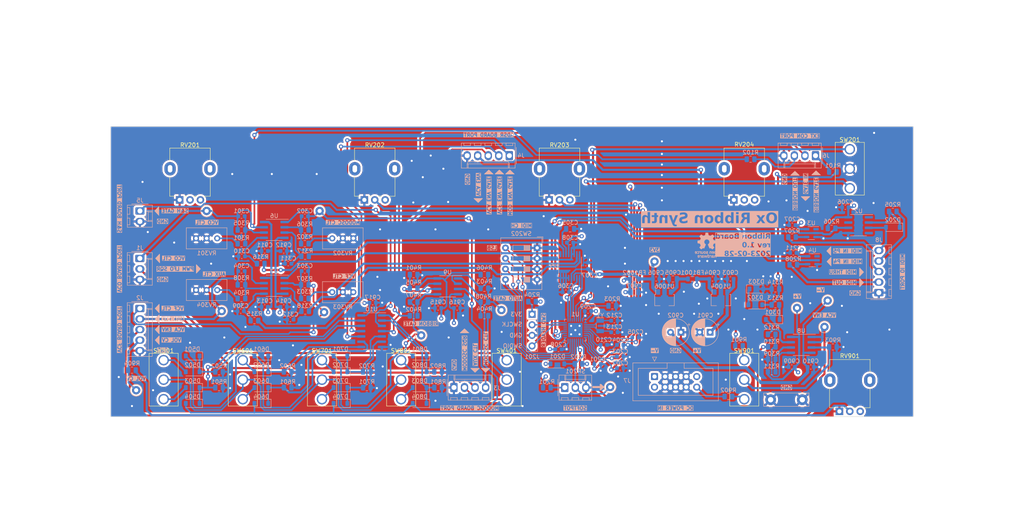
<source format=kicad_pcb>
(kicad_pcb (version 20221018) (generator pcbnew)
  (title_block (title "Josh Ox Ribbon Synth Ribbon board") (date "2023-03-10") (rev "1.0") (comment 2 "creativecommons.org/licences/by/4.0") (comment 3 "license: CC by 4.0") (comment 4 "Author: Jordan Aceto"))
  (layers (0 "F.Cu" signal) (1 "In1.Cu" signal) (2 "In2.Cu" signal) (31 "B.Cu" signal) (34 "B.Paste" user) (35 "F.Paste" user) (36 "B.SilkS" user "B.Silkscreen") (37 "F.SilkS" user "F.Silkscreen") (38 "B.Mask" user) (39 "F.Mask" user) (44 "Edge.Cuts" user))
  (net 0 "")
  (net 1 "+15V")
  (net 2 "GND")
  (net 3 "Net-(U1-NRST)")
  (net 4 "Net-(U6B--)")
  (net 5 "Net-(U6A--)")
  (net 6 "/digital_ribbon_control/VCO_LEV")
  (net 7 "/gate_controller/VCA_ADSR_gate_logic/RIBBON_GATE")
  (net 8 "/digital_ribbon_control/MODOSC_LEV")
  (net 9 "/digital_ribbon_control/VCF_LEV")
  (net 10 "/gate_controller/VCA_ADSR_gate_logic/AUTO_GATE")
  (net 11 "/digital_ribbon_control/GLIDE_CV")
  (net 12 "+3.3V")
  (net 13 "+3.3VA")
  (net 14 "Net-(U7A--)")
  (net 15 "/ribbon_scalers/MODOSC_CTL_OUT")
  (net 16 "Net-(U7B--)")
  (net 17 "/ribbon_scalers/VCF_CTL_OUT")
  (net 18 "/OPT_VCF_BBD_CV")
  (net 19 "Net-(U5-VREFH{slash}VREFOUT)")
  (net 20 "+5V")
  (net 21 "/VCO_RIBBON_CTL")
  (net 22 "/PWM_LFO_SQR")
  (net 23 "/gate_controller/MOD_ENV_GATE")
  (net 24 "/gate_controller/VCF_ENV_GATE")
  (net 25 "/gate_controller/VCA_ENV_GATE")
  (net 26 "/VCA_ADSR")
  (net 27 "/gate_controller/S&H_GATE")
  (net 28 "/MOD_OSC_SQR")
  (net 29 "-15V")
  (net 30 "Net-(D202-K)")
  (net 31 "/digital_ribbon_control/RAW_RIBBON")
  (net 32 "/VCA_ENV_CV")
  (net 33 "/VCA_VOL_CV")
  (net 34 "/digital_ribbon_control/MIDI_IN_P5")
  (net 35 "Net-(D301-K)")
  (net 36 "Net-(D301-A)")
  (net 37 "/ribbon_scalers/GATE")
  (net 38 "Net-(D302-A)")
  (net 39 "Net-(D501-K)")
  (net 40 "Net-(D502-A)")
  (net 41 "Net-(D503-K)")
  (net 42 "Net-(D503-A)")
  (net 43 "Net-(D601-K)")
  (net 44 "Net-(D602-A)")
  (net 45 "Net-(D603-K)")
  (net 46 "Net-(D603-A)")
  (net 47 "Net-(D701-K)")
  (net 48 "Net-(D702-A)")
  (net 49 "Net-(D703-K)")
  (net 50 "Net-(D703-A)")
  (net 51 "/EXT_GATE_IN_NORMAL_TO_RIBBON_GATE")
  (net 52 "/digital_ribbon_control/SYS_SWCLK")
  (net 53 "/digital_ribbon_control/SYS_SWDIO")
  (net 54 "Net-(#FLG01004-pwr)")
  (net 55 "Net-(R301-Pad1)")
  (net 56 "Net-(R302-Pad1)")
  (net 57 "Net-(R303-Pad1)")
  (net 58 "Net-(R304-Pad1)")
  (net 59 "Net-(D801-K)")
  (net 60 "Net-(D802-A)")
  (net 61 "Net-(D803-K)")
  (net 62 "Net-(D803-A)")
  (net 63 "Net-(R904-Pad1)")
  (net 64 "/digital_ribbon_control/SPI_SCK")
  (net 65 "/digital_ribbon_control/SPI_CS")
  (net 66 "Net-(J6-Pin_1)")
  (net 67 "Net-(J6-Pin_3)")
  (net 68 "/digital_ribbon_control/MIDI_IN_P4")
  (net 69 "/digital_ribbon_control/MIDI_THRU")
  (net 70 "/digital_ribbon_control/MIDI_OUT")
  (net 71 "Net-(J201-Pin_1)")
  (net 72 "Net-(U1-PH3)")
  (net 73 "/digital_ribbon_control/MIDI_RX")
  (net 74 "Net-(U3-Y)")
  (net 75 "Net-(U4-Y)")
  (net 76 "/digital_ribbon_control/GATE_3V3")
  (net 77 "Net-(U9B--)")
  (net 78 "Net-(U9B-+)")
  (net 79 "Net-(U9A--)")
  (net 80 "Net-(SW401-B)")
  (net 81 "Net-(U9A-+)")
  (net 82 "Net-(SW901-C)")
  (net 83 "Net-(SW901-A)")
  (net 84 "Net-(SW901-B)")
  (net 85 "/digital_ribbon_control/MODE_SW_1")
  (net 86 "/digital_ribbon_control/MODE_SW_2")
  (net 87 "/digital_ribbon_control/MIDI_TX")
  (net 88 "/digital_ribbon_control/SPI_SDO")
  (net 93 "Net-(U5-VOUTA)")
  (net 94 "Net-(U5-VOUTB)")
  (net 95 "Net-(U5-VOUTC)")
  (net 96 "Net-(U5-VOUTD)")
  (net 97 "Net-(U7B-+)")
  (net 98 "Net-(U6B-+)")
  (net 99 "Net-(U6A-+)")
  (net 100 "Net-(U7A-+)")
  (net 101 "/digital_ribbon_control/MIDI_CH_3")
  (net 102 "/digital_ribbon_control/MIDI_CH_2")
  (net 103 "/digital_ribbon_control/MIDI_CH_1")
  (net 104 "/digital_ribbon_control/MIDI_CH_0")
  (net 105 "Net-(U1-PC14)")
  (net 110 "Net-(SP201-Pin_1)")
  (net 111 "Net-(U8B--)")
  (net 112 "Net-(U8B-+)")
  (net 113 "Net-(U1-PC15)")
  (footprint "custom_footprints:SPDT_mini_toggle" (layer "F.Cu") (at 234.95 63.5)
    (fp_text reference "SW201")
    (fp_text value "SW_SPDT_MSM")
  )
  (footprint "custom_footprints:SPDT_mini_toggle" (layer "F.Cu") (at 69.85 114.3 180)
    (fp_text reference "SW501")
    (fp_text value "SW_SPDT_MSM")
  )
  (footprint "Potentiometer_THT:Potentiometer_Alpha_RD901F-40-00D_Single_Vertical" (layer "F.Cu") (at 162.6 71 90)
    (fp_text reference "RV203")
    (fp_text value "10k c.d.")
  )
  (footprint "custom_footprints:SPDT_mini_toggle" (layer "F.Cu") (at 152.4 114.3 180)
    (fp_text reference "SW401")
    (fp_text value "SW_SPDT")
  )
  (footprint "Potentiometer_THT:Potentiometer_Alpha_RD901F-40-00D_Single_Vertical" (layer "F.Cu") (at 73.7 71 90)
    (fp_text reference "RV201")
    (fp_text value "10k")
  )
  (footprint "custom_footprints:SPDT_mini_toggle" (layer "F.Cu") (at 209.55 114.3 180)
    (fp_text reference "SW901")
    (fp_text value "SW_SPDT")
  )
  (footprint "custom_footprints:SPDT_mini_toggle" (layer "F.Cu") (at 107.95 114.3 180)
    (fp_text reference "SW701")
    (fp_text value "SW_SPDT_MSM")
  )
  (footprint "custom_footprints:SPDT_mini_toggle" (layer "F.Cu") (at 88.9 114.3 180)
    (fp_text reference "SW601")
    (fp_text value "SW_SPDT_MSM")
  )
  (footprint "custom_footprints:SPDT_mini_toggle" (layer "F.Cu") (at 127 114.3 180)
    (fp_text reference "SW801")
    (fp_text value "SW_SPDT_MSM")
  )
  (footprint "Potentiometer_THT:Potentiometer_Alpha_RD901F-40-00D_Single_Vertical" (layer "F.Cu") (at 207.05 71 90)
    (fp_text reference "RV204")
    (fp_text value "10k ")
  )
  (footprint "Potentiometer_THT:Potentiometer_Alpha_RD901F-40-00D_Single_Vertical" (layer "F.Cu") (at 232.45 121.93 90)
    (fp_text reference "RV901")
    (fp_text value "100k")
  )
  (footprint "Potentiometer_THT:Potentiometer_Alpha_RD901F-40-00D_Single_Vertical" (layer "F.Cu") (at 118.15 71 90)
    (fp_text reference "RV202")
    (fp_text value "10k c.d.")
  )
  (footprint "Capacitor_SMD:C_0603_1608Metric" (layer "B.Cu") (at 221.3555 83.754 180)
    (fp_text reference "C211")
    (fp_text value "100n")
  )
  (footprint "Diode_SMD:D_SOD-123" (layer "B.Cu") (at 216.408 99.822 180)
    (fp_text reference "D301")
    (fp_text value "1N4148W")
  )
  (footprint "Diode_SMD:D_SOD-123" (layer "B.Cu") (at 93.345 108.585 180)
    (fp_text reference "D601")
    (fp_text value "1N4148W")
  )
  (footprint "Resistor_SMD:R_0805_2012Metric" (layer "B.Cu") (at 230.571 77.851)
    (fp_text reference "R206")
    (fp_text value "10k")
  )
  (footprint "TestPoint:TestPoint_Keystone_5000-5004_Miniature" (layer "B.Cu") (at 151.13 97.536 180)
    (fp_text reference "TP402" hide)
    (fp_text value "auto_gate")
  )
  (footprint "Capacitor_SMD:C_0603_1608Metric" (layer "B.Cu") (at 171.958 86.868 90)
    (fp_text reference "C307")
    (fp_text value "100n")
  )
  (footprint "Package_SO:SOIC-8_3.9x4.9mm_P1.27mm" (layer "B.Cu") (at 138.176 91.821 180)
    (fp_text reference "U9")
    (fp_text value "TL072")
  )
  (footprint "Resistor_SMD:R_0805_2012Metric" (layer "B.Cu") (at 147.0275 98.899 180)
    (fp_text reference "R404")
    (fp_text value "10k")
  )
  (footprint "Diode_SMD:D_SOD-123" (layer "B.Cu") (at 131.445 116.205 180)
    (fp_text reference "D803")
    (fp_text value "1N4148W")
  )
  (footprint "Capacitor_SMD:C_0603_1608Metric" (layer "B.Cu") (at 98.74 83.312 180)
    (fp_text reference "C912")
    (fp_text value "100n")
  )
  (footprint "Resistor_SMD:R_0805_2012Metric" (layer "B.Cu") (at 147.0275 92.295 180)
    (fp_text reference "R403")
    (fp_text value "10k")
  )
  (footprint "Resistor_SMD:R_0805_2012Metric" (layer "B.Cu") (at 88.58 91.44 180)
    (fp_text reference "R308")
    (fp_text value "68k")
  )
  (footprint "Diode_SMD:D_SOD-123" (layer "B.Cu") (at 93.345 120.015 180)
    (fp_text reference "D604")
    (fp_text value "1N4148W")
  )
  (footprint "Resistor_SMD:R_0805_2012Metric" (layer "B.Cu") (at 245.303 73.787 180)
    (fp_text reference "R205")
    (fp_text value "220")
  )
  (footprint "Resistor_SMD:R_0805_2012Metric" (layer "B.Cu") (at 216.154 112.395 180)
    (fp_text reference "R311")
    (fp_text value "100k")
  )
  (footprint "TestPoint:TestPoint_Keystone_5000-5004_Miniature" (layer "B.Cu") (at 80.198 73.66 180)
    (fp_text reference "TP301" hide)
    (fp_text value "VCO_RIBBON")
  )
  (footprint "Capacitor_SMD:C_0603_1608Metric" (layer "B.Cu") (at 175.768 105.918)
    (fp_text reference "C210")
    (fp_text value "100n")
  )
  (footprint "Resistor_SMD:R_0805_2012Metric" (layer "B.Cu") (at 103.9114 97.79 180)
    (fp_text reference "R318")
    (fp_text value "12k")
  )
  (footprint "Potentiometer_THT:Potentiometer_Bourns_3296W_Vertical" (layer "B.Cu") (at 110.424 80.264 180)
    (fp_text reference "RV302")
    (fp_text value "5k")
  )
  (footprint "Diode_SMD:D_SOD-123" (layer "B.Cu") (at 93.345 116.205 180)
    (fp_text reference "D603")
    (fp_text value "1N4148W")
  )
  (footprint "TestPoint:TestPoint_Keystone_5000-5004_Miniature" (layer "B.Cu") (at 83.82 97.79 180)
    (fp_text reference "TP304" hide)
    (fp_text value "AUX_CV")
  )
  (footprint "Capacitor_SMD:C_0603_1608Metric" (layer "B.Cu") (at 94.168 83.312 180)
    (fp_text reference "C911")
    (fp_text value "100n")
  )
  (footprint "Capacitor_SMD:C_0603_1608Metric" (layer "B.Cu") (at 164.846 107)
    (fp_text reference "C208")
    (fp_text value "100n")
  )
  (footprint "Capacitor_SMD:C_0603_1608Metric" (layer "B.Cu") (at 88.58 74.93 180)
    (fp_text reference "C301")
    (fp_text value "100n")
  )
  (footprint "Resistor_SMD:R_0805_2012Metric" (layer "B.Cu") (at 217.044 96.266 180)
    (fp_text reference "R313")
    (fp_text value "1k")
  )
  (footprint "Resistor_SMD:R_0805_2012Metric" (layer "B.Cu") (at 103.82 94.742 180)
    (fp_text reference "R303")
    (fp_text value "20k")
  )
  (footprint "Resistor_SMD:R_0805_2012Metric" (layer "B.Cu") (at 118.745 112.395)
    (fp_text reference "R702")
    (fp_text value "100k")
  )
  (footprint "Resistor_SMD:R_0805_2012Metric" (layer "B.Cu") (at 103.886 84.582 180)
    (fp_text reference "R317")
    (fp_text value "12k")
  )
  (footprint "Resistor_SMD:R_0805_2012Metric" (layer "B.Cu") (at 103.82 81.534 180)
    (fp_text reference "R302")
    (fp_text value "20k")
  )
  (footprint "Potentiometer_THT:Potentiometer_Bourns_3296W_Vertical" (layer "B.Cu") (at 82.738 80.264)
    (fp_text reference "RV301")
    (fp_text value "5k")
  )
  (footprint "Diode_SMD:D_SOD-123" (layer "B.Cu") (at 76.835 120.015 180)
    (fp_text reference "D504")
    (fp_text value "1N4148W")
  )
  (footprint "Package_SO:SOIC-8_3.9x4.9mm_P1.27mm" (layer "B.Cu") (at 96.454 91.694 180)
    (fp_text reference "U7")
    (fp_text value "TL072")
  )
  (footprint "Diode_SMD:D_SOD-123" (layer "B.Cu") (at 131.445 112.395 180)
    (fp_text reference "D802")
    (fp_text value "1N4148W")
  )
  (footprint "Capacitor_THT:CP_Radial_D6.3mm_P2.50mm" (layer "B.Cu") (at 194.31 102.8795 180)
    (fp_text reference "C902")
    (fp_text value "10u")
  )
  (footprint "Diode_SMD:D_SOD-123" (layer "B.Cu") (at 76.835 116.205 180)
    (fp_text reference "D503")
    (fp_text value "1N4148W")
  )
  (footprint "Button_Switch_THT:SW_DIP_SPSTx04_Slide_9.78x12.34mm_W7.62mm_P2.54mm" (layer "B.Cu") (at 159.7235 82.56 180)
    (fp_text reference "SW202")
    (fp_text value "MIDI_CH")
  )
  (footprint "Capacitor_SMD:C_0603_1608Metric" (layer "B.Cu") (at 88.646 84.582)
    (fp_text reference "C310")
    (fp_text value "100n")
  )
  (footprint "TestPoint:TestPoint_Keystone_5000-5004_Miniature" (layer "B.Cu") (at 63.246 116.84 180)
    (fp_text reference "TP902" hide)
    (fp_text value "VCA_VOL_CV")
  )
  (footprint "Capacitor_SMD:C_0603_1608Metric" (layer "B.Cu") (at 174.244 110.556)
    (fp_text reference "C201")
    (fp_text value "100n")
  )
  (footprint "Diode_SMD:D_SOD-123" (layer "B.Cu") (at 212.218 96.266 180)
    (fp_text reference "D302")
    (fp_text value "5v1")
  )
  (footprint "Capacitor_SMD:C_0603_1608Metric" (layer "B.Cu") (at 103.82 74.93)
    (fp_text reference "C302")
    (fp_text value "100n")
  )
  (footprint "Resistor_SMD:R_0805_2012Metric" (layer "B.Cu") (at 130.0095 88.993 180)
    (fp_text reference "R401")
    (fp_text value "10k")
  )
  (footprint "TestPoint:TestPoint_Keystone_5000-5004_Miniature" (layer "B.Cu") (at 107.376 73.66 180)
    (fp_text reference "TP302" hide)
    (fp_text value "MODOSC_RIBBON")
  )
  (footprint "Diode_SMD:D_SOD-123" (layer "B.Cu") (at 164.592 110.49)
    (fp_text reference "D201")
    (fp_text value "DNF")
  )
  (footprint "Capacitor_SMD:C_0805_2012Metric" (layer "B.Cu") (at 192.395251 90.042 180)
    (fp_text reference "C905")
    (fp_text value "2u2")
  )
  (footprint "Inductor_SMD:L_0805_2012Metric" (layer "B.Cu") (at 183.11 90.059998 180)
    (fp_text reference "FB1002")
    (fp_text value "100R @ 100MHz")
  )
  (footprint "Capacitor_SMD:C_0805_2012Metric" (layer "B.Cu") (at 167.651 77.9755)
    (fp_text reference "C305")
    (fp_text value "1u")
  )
  (footprint "Resistor_SMD:R_0805_2012Metric" (layer "B.Cu") (at 91.694 100.076 180)
    (fp_text reference "R315")
    (fp_text value "12k")
  )
  (footprint "Connector_Molex:Molex_KK-254_AE-6410-04A_1x04_P2.54mm_Vertical" (layer "B.Cu") (at 226.695 60.345 180)
    (fp_text reference "J6")
    (fp_text value "ext_port")
  )
  (footprint "Inductor_SMD:L_0805_2012Metric" (layer "B.Cu") (at 197.08 90.042 180)
    (fp_text reference "FB1001")
    (fp_text value "100R @ 100MHz")
  )
  (footprint "TestPoint:TestPoint_Keystone_5000-5004_Miniature" (layer "B.Cu") (at 131.826 103.632 180)
    (fp_text reference "TP401" hide)
    (fp_text value "rib_gate")
  )
  (footprint "Diode_SMD:D_SOD-123" (layer "B.Cu") (at 93.345 112.395 180)
    (fp_text reference "D602")
    (fp_text value "1N4148W")
  )
  (footprint "Capacitor_SMD:C_0603_1608Metric" (layer "B.Cu") (at 178.308 102.87 180)
    (fp_text reference "C213")
    (fp_text value "4p3")
  )
  (footprint "Diode_SMD:D_SOD-123" (layer "B.Cu") (at 76.835 108.585 180)
    (fp_text reference "D501")
    (fp_text value "1N4148W")
  )
  (footprint "Resistor_SMD:R_0805_2012Metric" (layer "B.Cu") (at 221.048858 79.948 180)
    (fp_text reference "R207")
    (fp_text value "47")
  )
  (footprint "Capacitor_SMD:C_0603_1608Metric" (layer "B.Cu") (at 99.822 86.36)
    (fp_text reference "C311")
    (fp_text value "100n")
  )
  (footprint "Potentiometer_THT:Potentiometer_Bourns_3296W_Vertical" (layer "B.Cu") (at 82.748 92.71)
    (fp_text reference "RV304")
    (fp_text value "5k")
  )
  (footprint "TestPoint:TestPoint_Keystone_5000-5004_Miniature" (layer "B.Cu") (at 108.458 98.044 180)
    (fp_text reference "TP303" hide)
    (fp_text value "VCF_RIBBON")
  )
  (footprint "Capacitor_THT:CP_Radial_D6.3mm_P2.50mm" (layer "B.Cu") (at 201.33438 102.8795 180)
    (fp_text reference "C901")
    (fp_text value "10u")
  )
  (footprint "Resistor_SMD:R_0805_2012Metric" (layer "B.Cu") (at 221.3555 86.608 180)
    (fp_text reference "R208")
    (fp_text value "47")
  )
  (footprint "Package_SO:SOIC-8_3.9x4.9mm_P1.27mm" (layer "B.Cu") (at 96.454 78.232 180)
    (fp_text reference "U6")
    (fp_text value "TL072")
  )
  (footprint "Diode_SMD:D_SOD-123" (layer "B.Cu") (at 245.303 77.597 180)
    (fp_text reference "D202")
    (fp_text value "1N4148W")
  )
  (footprint "Resistor_SMD:R_0805_2012Metric" (layer "B.Cu") (at 62.23 112.014 180)
    (fp_text reference "R904")
    (fp_text value "1k")
  )
  (footprint "Resistor_SMD:R_0805_2012Metric" (layer "B.Cu") (at 211.074 61.214 180)
    (fp_text reference "R102")
    (fp_text value "1k")
  )
  (footprint "TestPoint:TestPoint_Keystone_5000-5004_Miniature" (layer "B.Cu") (at 229.616 95.25 180)
    (fp_text reference "TP1002" hide)
    (fp_text value "V-")
  )
  (footprint "Connector_Molex:Molex_KK-254_AE-6410-04A_1x04_P2.54mm_Vertical" (layer "B.Cu") (at 139.7 116.185)
    (fp_text reference "J3")
    (fp_text value "mod_osc_port")
  )
  (footprint "Symbol:OSHW-Logo_5.7x6mm_SilkScreen" (layer "B.Cu") (at 200.5584 81.915 180)
    (fp_text reference "REF**" hide)
    (fp_text value "OSHW-Logo_5.7x6mm_SilkScreen" hide)
  )
  (footprint "Resistor_SMD:R_0805_2012Metric" (layer "B.Cu") (at 216.1794 106.3752)
    (fp_text reference "R310")
    (fp_text value "10k")
  )
  (footprint "Resistor_SMD:R_0805_2012Metric" (layer "B.Cu") (at 103.82 78.232)
    (fp_text reference "R306")
    (fp_text value "68k")
  )
  (footprint "TestPoint:TestPoint_Keystone_5000-5004_Miniature" (layer "B.Cu") (at 222.25 97.028 180)
    (fp_text reference "TP1001" hide)
    (fp_text value "V+")
  )
  (footprint "Resistor_SMD:R_0805_2012Metric" (layer "B.Cu") (at 230.886 64.262)
    (fp_text reference "R101")
    (fp_text value "1k")
  )
  (footprint "TestPoint:TestPoint_Keystone_5000-5004_Miniature" (layer "B.Cu") (at 228.854 101.6 180)
    (fp_text reference "TP901" hide)
    (fp_text value "VCA_ADSR_CV")
  )
  (footprint "Resistor_SMD:R_0805_2012Metric" (layer "B.Cu") (at 99.695 116.205)
    (fp_text reference "R601")
    (fp_text value "100k")
  )
  (footprint "Capacitor_SMD:C_0603_1608Metric" (layer "B.Cu") (at 100.33 99.822)
    (fp_text reference "C312")
    (fp_text value "100n")
  )
  (footprint "Capacitor_SMD:C_0603_1608Metric" (layer "B.Cu") (at 201.906 90.042)
    (fp_text reference "C904")
    (fp_text value "100n")
  )
  (footprint "Resistor_SMD:R_0805_2012Metric" (layer "B.Cu") (at 88.58 94.742)
    (fp_text reference "R304")
    (fp_text value "20k")
  )
  (footprint "Package_TO_SOT_SMD:SOT-89-3" (layer "B.Cu") (at 203.938 95.122 -90)
    (fp_text reference "U1004")
    (fp_text value "L78L05_SOT89")
  )
  (footprint "TestPoint:TestPoint_Bridge_Pitch7.62mm_Drill1.3mm" (layer "B.Cu") (at 223.52 119.126 180)
    (fp_text reference "TP1003" hide)
    (fp_text value "GND")
  )
  (footprint "Resistor_SMD:R_0805_2012Metric" (layer "B.Cu") (at 147.0275 88.993 180)
    (fp_text reference "R406")
    (fp_text value "100k")
  )
  (footprint "Resistor_SMD:R_0805_2012Metric" (layer "B.Cu") (at 147.0275 95.597)
    (fp_text reference "R408")
    (fp_text value "1M2")
  )
  (footprint "Connector_Molex:Molex_KK-254_AE-6410-02A_1x02_P2.54mm_Vertical" (layer "B.Cu") (at 64.155 73.66 -90)
    (fp_text reference "J5")
    (fp_text value "S&H_port")
  )
  (footprint "Capacitor_SMD:C_0603_1608Metric" (layer "B.Cu") (at 178.308 100.076 180)
    (fp_text reference "C212")
    (fp_text value "4p3")
  )
  (footprint "Connector_Molex:Molex_KK-254_AE-6410-03A_1x03_P2.54mm_Vertical" (layer "B.Cu") (at 166.37 116.205)
    (fp_text reference "SP201")
    (fp_text value "softpot")
  )
  (footprint "Potentiometer_THT:Potentiometer_Bourns_3296W_Vertical" (layer "B.Cu") (at 110.414 93.218 180)
    (fp_text reference "RV303")
    (fp_text value "5k")
  )
  (footprint "Diode_SMD:D_SOD-123" (layer "B.Cu") (at 112.395 120.015 180)
    (fp_text reference "D704")
    (fp_text value "1N4148W")
  )
  (footprint "Capacitor_SMD:C_0603_1608Metric" (layer "B.Cu") (at 88.392 97.79)
    (fp_text reference "C309")
    (fp_text value "100n")
  )
  (footprint "Capacitor_SMD:C_0603_1608Metric" (layer "B.Cu") (at 225.552 111.252 180)
    (fp_text reference "C910")
    (fp_text value "100n")
  )
  (footprint "Resistor_SMD:R_0805_2012Metric" (layer "B.Cu") (at 88.58 81.534)
    (fp_text reference "R301")
    (fp_text value "20k")
  )
  (footprint "Resistor_SMD:R_0805_2012Metric" (layer "B.Cu") (at 83.185 116.205)
    (fp_text reference "R501")
    (fp_text value "100k")
  )
  (footprint "Resistor_SMD:R_0805_2012Metric" (layer "B.Cu") (at 88.58 78.232 180)
    (fp_text reference "R305")
    (fp_text value "68k")
  )
  (footprint "Capacitor_SMD:C_0603_1608Metric" (layer "B.Cu") (at 171.958 97.79 180)
    (fp_text reference "C209")
    (fp_text value "100n")
  )
  (footprint "Package_TO_SOT_SMD:SOT-89-3" (layer "B.Cu") (at 190.363251 95.122 -90)
    (fp_text reference "U1006")
    (fp_text value "L78L33_SOT89")
  )
  (footprint "Capacitor_SMD:C_0603_1608Metric" (layer "B.Cu") (at 179.705 108.712)
    (fp_text reference "C203")
    (fp_text value "100n")
  )
  (footprint "Package_SO:SOIC-14_3.9x8.7mm_P1.27mm" (layer "B.Cu") (at 119.888 102.616 180)
    (fp_text reference "U10")
    (fp_text value "4081")
  )
  (footprint "Resistor_SMD:R_0805_2012Metric" (layer "B.Cu") (at 103.82 91.44)
    (fp_text reference "R307")
    (fp_text value "68k")
  )
  (footprint "Resistor_SMD:R_0805_2012Metric" (layer "B.Cu") (at 169.672 110.49 180)
    (fp_text reference "R202")
    (fp_text value "DNF")
  )
  (footprint "Diode_SMD:D_SOD-123" (layer "B.Cu") (at 112.395 112.395 180)
    (fp_text reference "D702")
    (fp_text value "1N4148W")
  )
  (footprint "Capacitor_SMD:C_0603_1608Metric" (layer "B.Cu") (at 221.1125 77.094 180)
    (fp_text reference "C207")
    (fp_text value "100n")
  )
  (footprint "Resistor_SMD:R_0805_2012Metric" (layer "B.Cu") (at 130.0095 92.295)
    (fp_text reference "R405")
    (fp_text value "100k")
  )
  (footprint "Connector_Molex:Molex_KK-254_AE-6410-05A_1x05_P2.54mm_Vertical" (layer "B.Cu") (at 241.935 93.345 90)
    (fp_text reference "J8")
    (fp_text value "MIDI_IO_port")
  )
  (footprint "Connector_PinHeader_2.54mm:PinHeader_1x04_P2.54mm_Vertical" (layer "B.Cu") (at 158.496 98.552 180)
    (fp_text reference "J201")
    (fp_text value "SWD_header")
  )
  (footprint "Capacitor_SMD:C_0603_1608Metric" (layer "B.Cu") (at 188.331251 90.042)
    (fp_text reference "C906")
    (fp_text value "100n")
  )
  (footprint "Resistor_SMD:R_0805_2012Metric" (layer "B.Cu") (at 158.496 95.504 180)
    (fp_text reference "R204")
    (fp_text value "1k")
  )
  (footprint "Capacitor_SMD:C_0603_1608Metric" (layer "B.Cu") (at 206.224 90.042 180)
    (fp_text reference "C903")
    (fp_text value "100n")
  )
  (footprint "Capacitor_SMD:C_0603_1608Metric" (layer "B.Cu") (at 183.388 104.14 180)
    (fp_text reference "C205")
    (fp_text value "100n")
  )
  (footprint "Package_SO:TSSOP-16_4.4x5mm_P0.65mm" (layer "B.Cu") (at 167.64 86.934 -90)
    (fp_text reference "U5")
    (fp_text value "DAC8164")
  )
  (footprint "Capacitor_SMD:C_0603_1608Metric" (layer "B.Cu") (at 135.89 97.056 180)
    (fp_text reference "C915")
    (fp_text value "100n")
  )
  (footprint "Diode_SMD:D_SOD-123" (layer "B.Cu") (at 112.395 116.205 180)
    (fp_text reference "D703")
    (fp_text value "1N4148W")
  )
  (footprint "Capacitor_SMD:C_0603_1608Metric" (layer "B.Cu") (at 179.705 111.506)
    (fp_text reference "C202")
    (fp_text value "100n")
  )
  (footprint "Capacitor_SMD:C_0603_1608Metric" (layer "B.Cu") (at 94.168 96.774 180)
    (fp_text reference "C913")
    (fp_text value "100n")
  )
  (footprint "Capacitor_SMD:C_0805_2012Metric" (layer "B.Cu") (at 183.134 93.218)
    (fp_text reference "C907")
    (fp_text value "1u")
  )
  (footprint "Capacitor_SMD:C_0603_1608Metric" (layer "B.Cu") (at 103.82 88.138)
    (fp_text reference "C303")
    (fp_text value "100n")
  )
  (footprint "Connector_Molex:Molex_KK-254_AE-6410-03A_1x03_P2.54mm_Vertical" (layer "B.Cu") (at 64.135 85.09 -90)
    (fp_text reference "J1")
    (fp_text value "VCO_port")
  )
  (footprint "Diode_SMD:D_SOD-123" (layer "B.Cu") (at 76.835 112.395 180)
    (fp_text reference "D502")
    (fp_text value "1N4148W")
  )
  (footprint "Resistor_SMD:R_0805_2012Metric" (layer "B.Cu") (at 99.695 112.395)
    (fp_text reference "R602")
    (fp_text value "100k")
  )
  (footprint "Capacitor_SMD:C_0603_1608Metric" (layer "B.Cu") (at 233.873 72.771 180)
    (fp_text reference "C206")
    (fp_text value "100n")
  )
  (footprint "Resistor_SMD:R_0805_2012Metric" (layer "B.Cu") (at 216.154 103.378 180)
    (fp_text reference "R312")
    (fp_text value "1M2")
  )
  (footprint "Resistor_SMD:R_0805_2012Metric" (layer "B.Cu") (at 216.154 109.347)
    (fp_text reference "R309")
    (fp_text value "10k")
  )
  (footprint "Resistor_SMD:R_0805_2012Metric" (layer "B.Cu") (at 93.218 86.36 180)
    (fp_text reference "R316")
    (fp_text value "12k")
  )
  (footprint "Capacitor_SMD:C_0603_1608Metric" (layer "B.Cu") (at 220.98 111.252 180)
    (fp_text reference "C909")
    (fp_text value "100n")
  )
  (footprint "Package_DFN_QFN:QFN-32-1EP_5x5mm_P0.5mm_EP3.45x3.45mm" (layer "B.Cu") (at 168.91 102.362 180)
    (fp_text reference "U1")
    (fp_text value "STM32L412K8Ux")
  )
  (footprint "Connector_IDC:IDC-Header_2x05_P2.54mm_Vertical" (layer "B.Cu") (at 187.96 113.5475 -90)
    (fp_text reference "J7")
    (fp_text value "power_entry")
  )
  (footprint "Package_TO_SOT_SMD:SOT-23-5" (layer "B.Cu") (at 225.9275 85.532 180)
    (fp_text reference "U4")
    (fp_text value "SN74LV1T34DBV")
  )
  (footprint "Resistor_SMD:R_0805_2012Metric" (layer "B.Cu") (at 230.886 106.426 180)
    (fp_text reference "R903")
    (fp_text value "100k")
  )
  (footprint "Package_SO:SOIC-8_3.9x4.9mm_P1.27mm" (layer "B.Cu") (at 237.047 77.089 180)
    (fp_text reference "U2")
    (fp_text value "VO0600T")
  )
  (footprint "Resistor_SMD:R_0805_2012Metric" (layer "B.Cu") (at 177.8 96.52 180)
    (fp_text reference "R203")
    (fp_text value "10k")
  )
  (footprint "Crystal:Crystal_SMD_MicroCrystal_CC7V-T1A-2Pin_3.2x1.5mm" (layer "B.Cu") (at 174.879 101.346 -90)
    (fp_text reference "Y1")
    (fp_text value "32_768KHZ")
  )
  (footprint "Package_TO_SOT_SMD:SOT-23-5" (layer "B.Cu") (at 225.6845 78.994 180)
    (fp_text reference "U3")
    (fp_text value "SN74LV1T34DBV")
  )
  (footprint "Capacitor_SMD:C_0603_1608Metric" (layer "B.Cu") (at 120.142 95.758)
    (fp_text reference "C917")
    (fp_text value "100n")
  )
  (footprint "Diode_SMD:D_SOD-123" (layer "B.Cu") (at 131.445 108.585 180)
    (fp_text reference "D801")
    (fp_text value "1N4148W")
  )
  (footprint "Connector_Molex:Molex_KK-254_AE-6410-05A_1x05_P2.54mm_Vertical" (layer "B.Cu") (at 64.135 97.155 -90)
    (fp_text reference "J2")
    (fp_text value "VCF_port")
  )
  (footprint "Capacitor_SMD:C_0603_1608Metric" (layer "B.Cu") (at 88.58 88.138 180)
    (fp_text reference "C304")
    (fp_text value "100n")
  )
  (footprint "Resistor_SMD:R_0805_2012Metric" (layer "B.Cu") (at 135.89 112.395)
    (fp_text reference "R802")
    (fp_text value "100k")
  )
  (footprint "Package_SO:SOIC-8_3.9x4.9mm_P1.27mm" (layer "B.Cu") (at 223.266 105.918 180)
    (fp_text reference "U8")
    (fp_text value "TL072")
  )
  (footprint "Diode_SMD:D_SOD-123" (layer "B.Cu") (at 131.445 120.015 180)
    (fp_text reference "D804")
    (fp_text value "1N4148W")
  )
  (footprint "Resistor_SMD:R_0805_2012Metric" (layer "B.Cu") (at 205.74 118.364)
    (fp_text reference "R902")
    (fp_text value "200k")
  )
  (footprint "Resistor_SMD:R_0805_2012Metric" (layer "B.Cu") (at 83.185 112.395)
    (fp_text reference "R502")
    (fp_text value "100k")
  )
  (footprint "Resistor_SMD:R_0805_2012Metric" (layer "B.Cu") (at 118.745 116.205)
    (fp_text reference "R701")
    (fp_text value "100k")
  )
  (footprint "Capacitor_SMD:C_0603_1608Metric" (layer "B.Cu") (at 167.651 81.2775)
    (fp_text reference "C308")
    (fp_text value "100n")
  )
  (footprint "Resistor_SMD:R_0805_2012Metric" (layer "B.Cu") (at 162.052 116.205)
    (fp_text reference "R201")
    (fp_text value "22")
  )
  (footprint "Connector_Molex:Molex_KK-254_AE-6410-05A_1x05_P2.54mm_Vertical" (layer "B.Cu") (at 153.035 60.345 180)
    (fp_text reference "J4")
    (fp_text value "ADSR_port")
  )
  (footprint "Diode_SMD:D_SOD-123" (layer "B.Cu") (at 112.395 108.585 180)
    (fp_text reference "D701")
    (fp_text value "1N4148W")
  )
  (footprint "Resistor_SMD:R_0805_2012Metric" (layer "B.Cu") (at 135.89 116.205)
    (fp_text reference "R801")
    (fp_text value "100k")
  )
  (footprint "Resistor_SMD:R_0805_2012Metric" (layer "B.Cu") (at 130.0095 95.597 180)
    (fp_text reference "R407")
    (fp_text value "1M2")
  )
  (footprint "Capacitor_SMD:C_0603_1608Metric" (layer "B.Cu") (at 179.705 105.918)
    (fp_text reference "C204")
    (fp_text value "100n")
  )
  (footprint "TestPoint:TestPoint_Keystone_5000-5004_Miniature" (layer "B.Cu") (at 177.292 116.078 180)
    (fp_text reference "TP201" hide)
    (fp_text value "RAW_RIBBON")
  )
  (footprint "Capacitor_SMD:C_0603_1608Metric" (layer "B.Cu") (at 140.462 97.056 180)
    (fp_text reference "C916")
    (fp_text value "100n")
  )
  (footprint "Diode_SMD:D_SOD-123" (layer "B.Cu") (at 212.472 92.456)
    (fp_text reference "D303")
    (fp_text value "5v1")
  )
  (footprint "TestPoint:TestPoint_Keystone_5000-5004_Miniature" (layer "B.Cu") (at 187.96 85.852 180)
    (fp_text reference "TP1004" hide)
    (fp_text value "3v3")
  )
  (footprint "Resistor_SMD:R_0805_2012Metric" (layer "B.Cu") (at 130.0095 98.899)
    (fp_text reference "R402")
    (fp_text value "10k")
  )
  (footprint "Capacitor_SMD:C_0603_1608Metric" (layer "B.Cu") (at 98.74 96.774 180)
    (fp_text reference "C914")
    (fp_text value "100n")
  )
  (footprint "Resistor_SMD:R_0805_2012Metric" (layer "B.Cu") (at 208.28 106.172)
    (fp_text reference "R901")
    (fp_text value "82k")
  )
  (footprint "Capacitor_SMD:C_0603_1608Metric" (layer "B.Cu") (at 166.624 93.218 180)
    (fp_text reference "C306")
    (fp_text value "100n")
  )
  (footprint "Resistor_SMD:R_0805_2012Metric" (layer "B.Cu") (at 217.044 92.456 180)
    (fp_text reference "R314")
    (fp_text value "100k")
  )
  (gr_line (start 175.514 116.078) (end 175.006 116.586) (stroke (width 0.5)) (layer "B.SilkS"))
  (gr_poly (pts (xy 151.638 64.77) (xy 150.622 63.8048) (xy 149.606 64.77)) (stroke (width 0.15)) (fill solid) (layer "B.SilkS"))
  (gr_line (start 173.228 116.078) (end 175.514 116.078) (stroke (width 0.5)) (layer "B.SilkS"))
  (gr_poly (pts (xy 222.758 65.0748) (xy 221.742 64.1096) (xy 220.726 65.0748)) (stroke (width 0.15)) (fill solid) (layer "B.SilkS"))
  (gr_poly (pts (xy 223.266 70.2056) (xy 224.282 71.1708) (xy 225.298 70.2056)) (stroke (width 0.15)) (fill solid) (layer "B.SilkS"))
  (gr_poly (pts (xy 237.2868 91.948) (xy 238.252 90.932) (xy 237.2868 89.916)) (stroke (width 0.15)) (fill solid) (layer "B.SilkS"))
  (gr_poly (pts (xy 68.7832 103.759) (xy 67.818 104.775) (xy 68.7832 105.791)) (stroke (width 0.15)) (fill solid) (layer "B.SilkS"))
  (gr_poly (pts (xy 149.098 64.77) (xy 148.082 63.8048) (xy 147.066 64.77)) (stroke (width 0.15)) (fill solid) (layer "B.SilkS"))
  (gr_poly (pts (xy 143.256 103.0224) (xy 142.24 102.0572) (xy 141.224 103.0224)) (stroke (width 0.15)) (fill solid) (layer "B.SilkS"))
  (gr_poly (pts (xy 144.526 70.6628) (xy 145.542 71.628) (xy 146.558 70.6628)) (stroke (width 0.15)) (fill solid) (layer "B.SilkS"))
  (gr_poly (pts (xy 68.8848 84.074) (xy 67.9196 85.09) (xy 68.8848 86.106)) (stroke (width 0.15)) (fill solid) (layer "B.SilkS"))
  (gr_poly (pts (xy 230.378 82.296) (xy 229.4128 83.312) (xy 230.378 84.328)) (stroke (width 0.15)) (fill solid) (layer "B.SilkS"))
  (gr_poly (pts (xy 68.7832 96.139) (xy 67.818 97.155) (xy 68.7832 98.171)) (stroke (width 0.15)) (fill solid) (layer "B.SilkS"))
  (gr_poly (pts (xy 230.4288 84.836) (xy 229.4636 85.852) (xy 230.4288 86.868)) (stroke (width 0.15)) (fill solid) (layer "B.SilkS"))
  (gr_poly (pts (xy 68.6816 72.644) (xy 67.7164 73.66) (xy 68.6816 74.676)) (stroke (width 0.15)) (fill solid) (layer "B.SilkS"))
  (gr_poly (pts (xy 237.2868 89.408) (xy 238.252 88.392) (xy 237.2868 87.376)) (stroke (width 0.15)) (fill solid) (layer "B.SilkS"))
  (gr_poly (pts (xy 68.7832 101.219) (xy 67.818 102.235) (xy 68.7832 103.251)) (stroke (width 0.15)) (fill solid) (layer "B.SilkS"))
  (gr_line (start 175.514 116.078) (end 175.006 115.57) (stroke (width 0.5)) (layer "B.SilkS"))
  (gr_poly (pts (xy 146.304 111.5568) (xy 147.32 112.522) (xy 148.336 111.5568)) (stroke (width 0.15)) (fill solid) (layer "B.SilkS"))
  (gr_poly (pts (xy 77.724 88.646) (xy 78.6892 87.63) (xy 77.724 86.614)) (stroke (width 0.15)) (fill solid) (layer "B.SilkS"))
  (gr_poly (pts (xy 68.7832 98.679) (xy 67.818 99.695) (xy 68.7832 100.711)) (stroke (width 0.15)) (fill solid) (layer "B.SilkS"))
  (gr_poly (pts (xy 227.838 64.9732) (xy 226.822 64.008) (xy 225.806 64.9732)) (stroke (width 0.15)) (fill solid) (layer "B.SilkS"))
  (gr_poly (pts (xy 154.178 64.77) (xy 153.162 63.8048) (xy 152.146 64.77)) (stroke (width 0.15)) (fill solid) (layer "B.SilkS"))
  (gr_poly (pts (xy 143.764 111.5568) (xy 144.78 112.522) (xy 145.796 111.5568)) (stroke (width 0.15)) (fill solid) (layer "B.SilkS"))
  (gr_line (start 57.15 123.19) (end 57.15 53.34) (stroke (width 0.1)) (layer "Edge.Cuts"))
  (gr_line (start 250.19 53.34) (end 250.19 123.19) (stroke (width 0.1)) (layer "Edge.Cuts"))
  (gr_line (start 250.19 123.19) (end 57.15 123.19) (stroke (width 0.1)) (layer "Edge.Cuts"))
  (gr_line (start 57.15 53.34) (end 250.19 53.34) (stroke (width 0.1)) (layer "Edge.Cuts"))
  (gr_text "AUTO GATE" (at 152.654 94.742) (layer "B.SilkS" knockout) (effects (font (size 0.85 0.85) (thickness 0.2) bold) (justify mirror)))
  (gr_text "MODOSC CTL" (at 147.32 106.8324 270) (layer "B.SilkS" knockout) (effects (font (size 0.85 0.85) (thickness 0.2) bold) (justify mirror)))
  (gr_text "VCA ENV" (at 228.854 98.806) (layer "B.SilkS" knockout) (effects (font (size 0.85 0.85) (thickness 0.2) bold) (justify mirror)))
  (gr_text "MODOSC SQR" (at 142.24 107.95 270) (layer "B.SilkS" knockout) (effects (font (size 0.85 0.85) (thickness 0.2) bold) (justify mirror)))
  (gr_text "V+" (at 222.25 94.234) (layer "B.SilkS" knockout) (effects (font (size 0.85 0.85) (thickness 0.2) bold) (justify mirror)))
  (gr_text "VCA ENV" (at 145.542 67.31 270) (layer "B.SilkS" knockout) (effects (font (size 0.85 0.85) (thickness 0.2) bold) (justify mirror)))
  (gr_text "ADSR BOARD PORT" (at 148.082 55.372) (layer "B.SilkS" knockout) (effects (font (size 0.85 0.85) (thickness 0.2) bold) (justify mirror)))
  (gr_text "RIBBON OUT" (at 221.742 69.6468 270) (layer "B.SilkS" knockout) (effects (font (size 0.85 0.85) (thickness 0.2) bold) (justify mirror)))
  (gr_text "GND" (at 236.22 93.472) (layer "B.SilkS" knockout) (effects (font (size 0.85 0.85) (thickness 0.2) bold) (justify mirror)))
  (gr_text "MIDI CH" (at 155.956 77.216) (layer "B.SilkS" knockout) (effects (font (size 0.85 0.85) (thickness 0.2) bold) (justify mirror)))
  (gr_text "EXT CON PORT" (at 223.012 55.626) (layer "B.SilkS" knockout) (effects (font (size 0.85 0.85) (thickness 0.2) bold) (justify mirror)))
  (gr_text "GND" (at 69.596 76.2) (layer "B.SilkS" knockout) (effects (font (size 0.85 0.85) (thickness 0.2) bold) (justify mirror)))
  (gr_text "DC POWER IN" (at 193.04 121.158) (layer "B.SilkS" knockout) (effects (font (size 0.85 0.85) (thickness 0.2) bold) (justify mirror)))
  (gr_text "GND" (at 156.21 103.632) (layer "B.SilkS") (effects (font (size 1 1)) (justify left mirror)))
  (gr_text "V-" (at 187.96 107.315) (layer "B.SilkS" knockout) (effects (font (size 0.85 0.85) (thickness 0.2) bold) (justify mirror)))
  (gr_text "LSB" (at 148.8948 82.6008) (layer "B.SilkS" knockout) (effects (font (size 0.85 0.85) (thickness 0.2) bold) (justify mirror)))
  (gr_text "VCO BOARD PORT" (at 59.182 87.63 270) (layer "B.SilkS" knockout) (effects (font (size 0.85 0.85) (thickness 0.2) bold) (justify mirror)))
  (gr_text "MIDI IN P4" (at 234.4928 85.852) (layer "B.SilkS" knockout) (effects (font (size 0.85 0.85) (thickness 0.2) bold) (justify mirror)))
  (gr_text "SOFTPOT" (at 168.91 121.158) (layer "B.SilkS" knockout) (effects (font (size 0.85 0.85) (thickness 0.2) bold) (justify mirror)))
  (gr_text "S&H GATE" (at 72.5932 73.66) (layer "B.SilkS" knockout) (effects (font (size 0.85 0.85) (thickness 0.2) bold) (justify mirror)))
  (gr_text "MODOSC BOARD PORT" (at 143.51 121.158) (layer "B.SilkS" knockout) (effects (font (size 0.85 0.85) (thickness 0.2) bold) (justify mirror)))
  (gr_text "V+" (at 198.12 107.315) (layer "B.SilkS" knockout) (effects (font (size 0.85 0.85) (thickness 0.2) bold) (justify mirror)))
  (gr_text "VCO CTL" (at 72.2376 85.09) (layer "B.SilkS" knockout) (effects (font (size 0.85 0.85) (thickness 0.2) bold) (justify mirror)))
  (gr_text "GND" (at 69.596 107.188) (layer "B.SilkS" knockout) (effects (font (size 0.85 0.85) (thickness 0.2) bold) (justify mirror)))
  (gr_text "GND" (at 143.002 66.04 90) (layer "B.SilkS" knockout) (effects (font (size 0.85 0.85) (thickness 0.2) bold) (justify mirror)))
  (gr_text "GND" (at 219.202 66.04 -90) (layer "B.SilkS" knockout) (effects (font (size 0.85 0.85) (thickness 0.2) bold) (justify mirror)))
  (gr_text "AUX CTL" (at 144.78 108.2548 -90) (layer "B.SilkS" knockout) (effects (font (size 0.85 0.85) (thickness 0.2) bold) (justify mirror)))
  (gr_text "VCO CTL" (at 80.264 76.454) (layer "B.SilkS" knockout) (effects (font (size 0.85 0.85) (thickness 0.2) bold) (justify mirror)))
  (gr_text "VCA ENV" (at 72.136 102.235) (layer "B.SilkS" knockout) (effects (font (size 0.85 0.85) (thickness 0.2) bold) (justify mirror)))
  (gr_text "MIDI IO PORT" (at 247.65 88.265 90) (layer "B.SilkS" knockout) (effects (font (size 0.85 0.85) (thickness 0.2) bold) (justify mirror)))
  (gr_text "MIDI OUT" (at 233.7308 90.932) (layer "B.SilkS" knockout) (effects (font (size 0.85 0.85) (thickness 0.2) bold) (justify mirror)))
  (gr_text "VCF CTL" (at 113.284 89.408) (layer "B.SilkS" knockout) (effects (font (size 0.85 0.85) (thickness 0.2) bold) (justify mirror)))
  (gr_text "MIDI IN P5" (at 234.442 83.312) (layer "B.SilkS" knockout) (effects (font (size 0.85 0.85) (thickness 0.2) bold) (justify mirror)))
  (gr_text "SWD HEADER" (at 161.29 102.362 90) (layer "B.SilkS" knockout) (effects (font (size 0.85 0.85) (thickness 0.2) bold) (justify mirror)))
  (gr_text "VCF BOARD PORT" (at 59.182 102.235 270) (layer "B.SilkS" knockout) (effects (font (size 0.85 0.85) (thickness 0.2) bold) (justify mirror)))
  (gr_text "AUX CTL" (at 82.042 88.9) (layer "B.SilkS" knockout) (effects (font (size 0.85 0.85) (thickness 0.2) bold) (justify mirror)))
  (gr_text "GND" (at 219.71 116.205) (layer "B.SilkS" knockout) (effects (font (size 0.85 0.85) (thickness 0.2) bold) (justify mirror)))
  (gr_text "GND" (at 69.596 90.17) (layer "B.SilkS" knockout) (effects (font (size 0.85 0.85) (thickness 0.2) bold) (justify mirror)))
  (gr_text "AUX CTL" (at 72.0852 99.695) (layer "B.SilkS" knockout) (effects (font (size 0.85 0.85) (thickness 0.2) bold) (justify mirror)))
  (gr_text "PWM LFO SQR" (at 72.644 87.63) (layer "B.SilkS" knockout) (effects (font (size 0.85 0.85) (thickness 0.2) bold) (justify mirror)))
  (gr_text "MODOSC CTL" (at 113.03 76.454) (layer "B.SilkS" knockout) (effects (font (size 0.85 0.85) (thickness 0.2) bold) (justify mirror)))
  (gr_text "3V3" (at 156.21 98.552) (layer "B.SilkS") (effects (font (size 1 1)) (justify left mirror)))
  (gr_text "V-" (at 227.838 92.71) (layer "B.SilkS" knockout) (effects (font (size 0.85 0.85) (thickness 0.2) bold) (justify mirror)))
  (gr_text "VOL CV" (at 71.7296 104.775) (layer "B.SilkS" knockout) (effects (font (size 0.85 0.85) (thickness 0.2) bold) (justify mirror)))
  (gr_text "VCF ENV GATE" (at 150.622 69.9008 270) (layer "B.SilkS" knockout) (effects (font (size 0.85 0.85) (thickness 0.2) bold) (justify mirror)))
  (gr_text "Ox Ribbon Synth" (at 201.168 75.565) (layer "B.SilkS" knockout) (effects (font (size 2.5 2.5) (thickness 0.5) bold) (justify mirror)))
  (gr_text "VCF CTL" (at 72.0344 97.155) (layer "B.SilkS" knockout) (effects (font (size 0.85 0.85) (thickness 0.2) bold) (justify mirror)))
  (gr_text "RIBBON GATE" (at 131.826 100.838) (layer "B.SilkS" knockout) (effects (font (size 0.85 0.85) (thickness 0.2) bold) (justify mirror)))
  (gr_text "SWCLK" (at 156.21 100.965) (layer "B.SilkS") (effects (font (size 1 1)) (justify left mirror)))
  (gr_text "MOD ENV GATE" (at 153.162 70.104 270) (layer "B.SilkS" knockout) (effects (font (size 0.85 0.85) (thickness 0.2) bold) (justify mirror)))
  (gr_text "RIBBON GATE" (at 226.822 69.85 270) (layer "B.SilkS" knockout) (effects (font (size 0.85 0.85) (thickness 0.2) bold) (justify mirror)))
  (gr_text "VOL CV" (at 63.246 114.046) (layer "B.SilkS" knockout) (effects (font (size 0.85 0.85) (thickness 0.2) bold) (justify mirror)))
  (gr_text "GND" (at 193.04 107.315) (layer "B.SilkS" knockout) (effects (font (size 0.85 0.85) (thickness 0.2) bold) (justify mirror)))
  (gr_text "3V3" (at 187.96 83.058) (layer "B.SilkS" knockout) (effects (font (size 0.85 0.85) (thickness 0.2) bold) (justify mirror)))
  (gr_text "Ribbon Board\nrev 1.0\n2023-02-28" (at 215.9 81.915) (layer "B.SilkS" knockout) (effects (font (size 1.25 1.25) (thickness 0.2) bold) (justify left mirror)))
  (gr_text "GATE IN" (at 224.282 67.056 270) (layer "B.SilkS" knockout) (effects (font (size 0.85 0.85) (thickness 0.2) bold) (justify mirror)))
  (gr_text "VCA ENV GATE" (at 148.082 69.9008 270) (layer "B.SilkS" knockout) (effects (font (size 0.85 0.85) (thickness 0.2) bold) (justify mirror)))
  (gr_text "S&H BOARD PORT" (at 59.182 73.152 -90) (layer "B.SilkS" knockout) (effects (font (size 0.85 0.85) (thickness 0.2) bold) (justify mirror)))
  (gr_text "SWDIO" (at 156.21 106.172) (layer "B.SilkS") (effects (font (size 1 1)) (justify left mirror)))
  (gr_text "GND" (at 139.7 110.744 -90) (layer "B.SilkS" knockout) (effects (font (size 0.85 0.85) (thickness 0.2) bold) (justify mirror)))
  (gr_text "MIDI THRU" (at 233.2736 88.392) (layer "B.SilkS" knockout) (effects (font (size 0.85 0.85) (thickness 0.2) bold) (justify mirror)))
  (via (at 222.504 112.522) (size 1) (drill 0.5) (layers "F.Cu" "B.Cu") (net 1))
  (via (at 94.996 98.044) (size 1) (drill 0.5) (layers "F.Cu" "B.Cu") (net 1))
  (via (at 118.18503 95.833366) (size 1) (drill 0.5) (layers "F.Cu" "B.Cu") (net 1))
  (via (at 136.652 99.568) (size 1) (drill 0.5) (layers "F.Cu" "B.Cu") (net 1))
  (segment (start 77.293503 121.614501) (end 83.703322 121.6145) (width 0.4) (layer "B.Cu") (net 1))
  (segment (start 93.218 120.777) (end 94.0555 121.6145) (width 0.4) (layer "B.Cu") (net 1))
  (segment (start 200.3965 118.364) (end 198.12 116.0875) (width 0.4) (layer "B.Cu") (net 1))
  (segment (start 206.999 91.911) (end 205.438 93.472) (width 0.75) (layer "B.Cu") (net 1))
  (segment (start 221.755 111.252) (end 221.755 111.239) (width 0.5) (layer "B.Cu") (net 1))
  (segment (start 93.218 115.878) (end 93.218 120.777) (width 0.4) (layer "B.Cu") (net 1))
  (segment (start 137.922 90.805) (end 137.541 90.424) (width 0.4) (layer "B.Cu") (net 1))
  (segment (start 135.701 89.916) (end 133.301 89.916) (width 0.4) (layer "B.Cu") (net 1))
  (segment (start 112.946679 121.614501) (end 119.6855 121.6145) (width 0.4) (layer "B.Cu") (net 1))
  (segment (start 133.301 89.916) (end 130.922 92.295) (width 0.4) (layer "B.Cu") (net 1))
  (segment (start 222.758 110.236) (end 222.758 104.013) (width 0.5) (layer "B.Cu") (net 1))
  (segment (start 88.9 114.3) (end 91.64 114.3) (width 0.4) (layer "B.Cu") (net 1))
  (segment (start 216.308728 114.187501) (end 215.2415 113.120272) (width 0.5) (layer "B.Cu") (net 1))
  (segment (start 94.0555 121.6145) (end 100.6355 121.6145) (width 0.4) (layer "B.Cu") (net 1))
  (segment (start 119.367 95.758) (end 119.367 98.057) (width 0.4) (layer "B.Cu") (net 1))
  (segment (start 95.631 89.789) (end 95.758 89.916) (width 0.5) (layer "B.Cu") (net 1))
  (segment (start 137.414 97.056) (end 137.922 96.548) (width 0.4) (layer "B.Cu") (net 1))
  (segment (start 222.758 104.013) (end 220.791 104.013) (width 0.5) (layer "B.Cu") (net 1))
  (segment (start 95.758 83.312) (end 95.758 76.962) (width 0.5) (layer "B.Cu") (net 1))
  (segment (start 83.703322 121.6145) (end 88.9 116.417822) (width 0.4) (layer "B.Cu") (net 1))
  (segment (start 145.6765 88.5545) (end 139.197678 88.5545) (width 0.4) (layer "B.Cu") (net 1))
  (segment (start 221.755 111.252) (end 218.819499 114.187501) (width 0.5) (layer "B.Cu") (net 1))
  (segment (start 69.85 114.3) (end 75.13 114.3) (width 0.4) (layer "B.Cu") (net 1))
  (segment (start 221.755 111.252) (end 221.755 111.773) (width 0.5) (layer "B.Cu") (net 1))
  (segment (start 91.64 114.3) (end 93.218 115.878) (width 0.4) (layer "B.Cu") (net 1))
  (segment (start 139.197678 88.5545) (end 137.541 90.211178) (width 0.4) (layer "B.Cu") (net 1))
  (segment (start 95.758 96.774) (end 95.758 89.916) (width 0.5) (layer "B.Cu") (net 1))
  (segment (start 205.438 93.472) (end 205.438 98.77588) (width 0.75) (layer "B.Cu") (net 1))
  (segment (start 136.665 99.555) (end 136.652 99.568) (width 0.5) (layer "B.Cu") (net 1))
  (segment (start 136.84 97.056) (end 137.414 97.056) (width 0.4) (layer "B.Cu") (net 1))
  (segment (start 75.13 114.3) (end 76.362499 115.532499) (width 0.4) (layer "B.Cu") (net 1))
  (segment (start 119.367 95.758) (end 118.260396 95.758) (width 0.5) (layer "B.Cu") (net 1))
  (segment (start 204.8275 118.364) (end 200.3965 118.364) (width 0.4) (layer "B.Cu") (net 1))
  (segment (start 135.701 89.916) (end 137.033 89.916) (width 0.4) (layer "B.Cu") (net 1))
  (segment (start 76.362499 120.683497) (end 77.293503 121.614501) (width 0.4) (layer "B.Cu") (net 1))
  (segment (start 218.819499 114.187501) (end 216.308728 114.187501) (width 0.5) (layer "B.Cu") (net 1))
  (segment (start 119.367 98.057) (end 118.618 98.806) (width 0.4) (layer "B.Cu") (net 1))
  (segment (start 95.758 76.962) (end 95.123 76.327) (width 0.5) (layer "B.Cu") (net 1))
  (segment (start 221.755 111.773) (end 222.504 112.522) (width 0.5) (layer "B.Cu") (net 1))
  (segment (start 215.2415 113.120272) (end 215.2415 112.395) (width 0.5) (layer "B.Cu") (net 1))
  (segment (start 205.438 98.77588) (end 201.33438 102.8795) (width 0.75) (layer "B.Cu") (net 1))
  (segment (start 107.95 114.3) (end 111.252 114.3) (width 0.4) (layer "B.Cu") (net 1))
  (segment (start 222.758 103.378) (end 222.25 102.87) (width 0.4) (layer "B.Cu") (net 1))
  (segment (start 221.755 111.239) (end 222.758 110.236) (width 0.5) (layer "B.Cu") (net 1))
  (segment (start 137.541 90.211178) (end 137.541 90.424) (width 0.4) (layer "B.Cu") (net 1))
  (segment (start 94.943 97.991) (end 94.996 98.044) (width 0.5) (layer "B.Cu") (net 1))
  (segment (start 206.999 90.042) (end 206.999 91.911) (width 0.75) (layer "B.Cu") (net 1))
  (segment (start 94.943 96.774) (end 94.943 97.991) (width 0.5) (layer "B.Cu") (net 1))
  (segment (start 94.943 96.774) (end 95.758 96.774) (width 0.5) (layer "B.Cu") (net 1))
  (segment (start 94.943 83.312) (end 95.758 83.312) (width 0.5) (layer "B.Cu") (net 1))
  (segment (start 118.260396 95.758) (end 118.18503 95.833366) (width 0.5) (layer "B.Cu") (net 1))
  (segment (start 95.758 89.916) (end 95.758 83.312) (width 0.5) (layer "B.Cu") (net 1))
  (segment (start 118.618 98.806) (end 117.413 98.806) (width 0.4) (layer "B.Cu") (net 1))
  (segment (start 100.6355 121.6145) (end 107.95 114.3) (width 0.4) (layer "B.Cu") (net 1))
  (segment (start 93.979 89.789) (end 95.631 89.789) (width 0.5) (layer "B.Cu") (net 1))
  (segment (start 137.033 89.916) (end 137.541 90.424) (width 0.4) (layer "B.Cu") (net 1))
  (segment (start 146.115 88.993) (end 145.6765 88.5545) (width 0.4) (layer "B.Cu") (net 1))
  (segment (start 88.9 116.417822) (end 88.9 114.3) (width 0.4) (layer "B.Cu") (net 1))
  (segment (start 222.758 104.013) (end 222.758 103.378) (width 0.4) (layer "B.Cu") (net 1))
  (segment (start 111.252 114.3) (end 111.922499 114.970499) (width 0.4) (layer "B.Cu") (net 1))
  (segment (start 137.922 96.548) (end 137.922 90.805) (width 0.4) (layer "B.Cu") (net 1))
  (segment (start 76.362499 115.532499) (end 76.362499 120.683497) (width 0.4) (layer "B.Cu") (net 1))
  (segment (start 95.123 76.327) (end 93.979 76.327) (width 0.5) (layer "B.Cu") (net 1))
  (segment (start 119.6855 121.6145) (end 127 114.3) (width 0.4) (layer "B.Cu") (net 1))
  (segment (start 222.25 102.87) (end 222.25 97.028) (width 0.4) (layer "B.Cu") (net 1))
  (segment (start 111.9225 120.590322) (end 112.946679 121.614501) (width 0.4) (layer "B.Cu") (net 1))
  (segment (start 136.665 97.056) (end 136.665 99.555) (width 0.5) (layer "B.Cu") (net 1))
  (segment (start 111.922499 114.970499) (end 111.9225 120.590322) (width 0.4) (layer "B.Cu") (net 1))
  (via (at 72.39 81.28) (size 1) (drill 0.5) (layers "F.Cu" "B.Cu") (net 2))
  (via (at 122.428 95.758) (size 1) (drill 0.5) (layers "F.Cu" "B.Cu") (net 2))
  (via (at 180.848 86.36) (size 1) (drill 0.5) (layers "F.Cu" "B.Cu") (net 2))
  (via (at 180.848 82.55) (size 1) (drill 0.5) (layers "F.Cu" "B.Cu") (net 2))
  (via (at 197.485 98.425) (size 1) (drill 0.5) (layers "F.Cu" "B.Cu") (net 2))
  (via (at 86.36 97.79) (size 1) (drill 0.5) (layers "F.Cu" "B.Cu") (net 2))
  (via (at 169.926 101.346) (size 1) (drill 0.5) (layers "F.Cu" "B.Cu") (net 2))
  (via (at 179.197 113.538) (size 1) (drill 0.5) (layers "F.Cu" "B.Cu") (net 2))
  (via (at 185.928 96.325936) (size 1) (drill 0.5) (layers "F.Cu" "B.Cu") (net 2))
  (via (at 134.112 60.325) (size 1) (drill 0.5) (layers "F.Cu" "B.Cu") (net 2))
  (via (at 204.47 85.725) (size 1) (drill 0.5) (layers "F.Cu" "B.Cu") (net 2))
  (via (at 195.0212 93.1164) (size 1) (drill 0.5) (layers "F.Cu" "B.Cu") (net 2))
  (via (at 207.518 94.742) (size 1) (drill 0.5) (layers "F.Cu" "B.Cu") (net 2))
  (via (at 59.055 113.665) (size 1) (drill 0.5) (layers "F.Cu" "B.Cu") (net 2))
  (via (at 214.122 89.408) (size 1) (drill 0.5) (layers "F.Cu" "B.Cu") (net 2))
  (via (at 168.91 102.362) (size 1) (drill 0.5) (layers "F.Cu" "B.Cu") (net 2))
  (via (at 135.255 119.38) (size 1) (drill 0.5) (layers "F.Cu" "B.Cu") (net 2))
  (via (at 102.489 115.57) (size 1) (drill 0.5) (layers "F.Cu" "B.Cu") (net 2))
  (via (at 166.8105 106.934) (size 1) (drill 0.5) (layers "F.Cu" "B.Cu") (net 2))
  (via (at 167.894 103.378) (size 1) (drill 0.5) (layers "F.Cu" "B.Cu") (net 2))
  (via (at 202.565 85.725) (size 1) (drill 0.5) (layers "F.Cu" "B.Cu") (net 2))
  (via (at 181.102 74.549) (size 1) (drill 0.5) (layers "F.Cu" "B.Cu") (net 2))
  (via (at 169.926 103.378) (size 1) (drill 0.5) (layers "F.Cu" "B.Cu") (net 2))
  (via (at 185.928 93.345) (size 1) (drill 0.5) (layers "F.Cu" "B.Cu") (net 2))
  (via (at 209.55 99.695) (size 1) (drill 0.5) (layers "F.Cu" "B.Cu") (net 2))
  (via (at 240.665 71.755) (size 1) (drill 0.5) (layers "F.Cu" "B.Cu") (net 2))
  (via (at 210.185 85.725) (size 1) (drill 0.5) (layers "F.Cu" "B.Cu") (net 2))
  (via (at 97.663 109.601) (size 1) (drill 0.5) (layers "F.Cu" "B.Cu") (net 2))
  (via (at 127.6858 96.7232) (size 1) (drill 0.5) (layers "F.Cu" "B.Cu") (net 2))
  (via (at 85.852 116.332) (size 1) (drill 0.5) (layers "F.Cu" "B.Cu") (net 2))
  (via (at 132.207 65.532) (size 1) (drill 0.5) (layers "F.Cu" "B.Cu") (net 2))
  (via (at 98.044 86.36) (size 1) (drill 0.5) (layers "F.Cu" "B.Cu") (net 2))
  (via (at 160.655 112.395) (size 1) (drill 0.5) (layers "F.Cu" "B.Cu") (net 2))
  (via (at 151.1808 102.7938) (size 1) (drill 0.5) (layers "F.Cu" "B.Cu") (net 2))
  (via (at 188.976 98.425) (size 1) (drill 0.5) (layers "F.Cu" "B.Cu") (net 2))
  (via (at 189.738 62.484) (size 1) (drill 0.5) (layers "F.Cu" "B.Cu") (net 2))
  (via (at 233.426 106.426) (size 1) (drill 0.5) (layers "F.Cu" "B.Cu") (net 2))
  (via (at 97.79 100.33) (size 1) (drill 0.5) (layers "F.Cu" "B.Cu") (net 2))
  (via (at 180.34 117.475) (size 1) (drill 0.5) (layers "F.Cu" "B.Cu") (net 2))
  (via (at 121.285 89.535) (size 1) (drill 0.5) (layers "F.Cu" "B.Cu") (net 2))
  (via (at 224.79 73.66) (size 1) (drill 0.5) (layers "F.Cu" "B.Cu") (net 2))
  (via (at 219.202 83.82) (size 1) (drill 0.5) (layers "F.Cu" "B.Cu") (net 2))
  (via (at 196.85 85.725) (size 1) (drill 0.5) (layers "F.Cu" "B.Cu") (net 2))
  (via (at 138.303 71.501) (size 1) (drill 0.5) (layers "F.Cu" "B.Cu") (net 2))
  (via (at 215.9 89.408) (size 1) (drill 0.5) (layers "F.Cu" "B.Cu") (net 2))
  (via (at 84.455 104.14) (size 1) (drill 0.5) (layers "F.Cu" "B.Cu") (net 2))
  (via (at 177.673 105.791) (size 1) (drill 0.5) (layers "F.Cu" "B.Cu") (net 2))
  (via (at 234.315 102.87) (size 1) (drill 0.5) (layers "F.Cu" "B.Cu") (net 2))
  (via (at 212.725 102.235) (size 1) (drill 0.5) (layers "F.Cu" "B.Cu") (net 2))
  (via (at 181.991 112.141) (size 1) (drill 0.5) (layers "F.Cu" "B.Cu") (net 2))
  (via (at 165.481 95.758) (size 1) (drill 0.5) (layers "F.Cu" "B.Cu") (net 2))
  (via (at 81.28 86.36) (size 1) (drill 0.5) (layers "F.Cu" "B.Cu") (net 2))
  (via (at 220.98 89.535) (size 1) (drill 0.5) (layers "F.Cu" "B.Cu") (net 2))
  (via (at 147.955 78.105) (size 1) (drill 0.5) (layers "F.Cu" "B.Cu") (net 2))
  (via (at 193.04 85.725) (size 1) (drill 0.5) (layers "F.Cu" "B.Cu") (net 2))
  (via (at 135.255 78.105) (size 1) (drill 0.5) (layers "F.Cu" "B.Cu") (net 2))
  (via (at 190.246 90.043) (size 1) (drill 0.5) (layers "F.Cu" "B.Cu") (net 2))
  (via (at 180.213 102.87) (size 1) (drill 0.5) (layers "F.Cu" "B.Cu") (net 2))
  (via (at 205.105 114.3) (size 1) (drill 0.5) (layers "F.Cu" "B.Cu") (net 2))
  (via (at 95.885 64.77) (size 1) (drill 0.5) (layers "F.Cu" "B.Cu") (net 2))
  (via (at 219.213 77.028) (size 1) (drill 0.5) (layers "F.Cu" "B.Cu") (net 2))
  (via (at 155.575 112.395) (size 1) (drill 0.5) (layers "F.Cu" "B.Cu") (net 2))
  (via (at 129.921 71.628) (size 1) (drill 0.5) (layers "F.Cu" "B.Cu") (net 2))
  (via (at 219.71 71.12) (size 1) (drill 0.5) (layers "F.Cu" "B.Cu") (net 2))
  (via (at 100.965 106.045) (size 1) (drill 0.5) (layers "F.Cu" "B.Cu") (net 2))
  (via (at 149.479 92.329) (size 1) (drill 0.5) (layers "F.Cu" "B.Cu") (net 2))
  (via (at 101.092 96.774) (size 1) (drill 0.5) (layers "F.Cu" "B.Cu") (net 2))
  (via (at 227.076 87.884) (size 1) (drill 0.5) (layers "F.Cu" "B.Cu") (net 2))
  (via (at 121.92 92.71) (size 1) (drill 0.5) (layers "F.Cu" "B.Cu") (net 2))
  (via (at 129.54 61.595) (size 1) (drill 0.5) (layers "F.Cu" "B.Cu") (net 2))
  (via (at 156.21 120.65) (size 1) (drill 0.5) (layers "F.Cu" "B.Cu") (net 2))
  (via (at 231.648 72.771) (size 1) (drill 0.5) (layers "F.Cu" "B.Cu") (net 2))
  (via (at 121.92 78.105) (size 1) (drill 0.5) (layers "F.Cu" "B.Cu") (net 2))
  (via (at 175.006 112.141) (size 1) (drill 0.5) (layers "F.Cu" "B.Cu") (net 2))
  (via (at 227.584 111.252) (size 1) (drill 0.5) (layers "F.Cu" "B.Cu") (net 2))
  (via (at 127.7112 89.8144) (size 1) (drill 0.5) (layers "F.Cu" "B.Cu") (net 2))
  (via (at 194.945 85.725) (size 1) (drill 0.5) (layers "F.Cu" "B.Cu") (net 2))
  (via (at 171.293812 98.903812) (size 1) (drill 0.5) (layers "F.Cu" "B.Cu") (net 2))
  (via (at 86.36 64.77) (size 1) (drill 0.5) (layers "F.Cu" "B.Cu") (net 2))
  (via (at 185.928 103.251) (size 1) (drill 0.5) (layers "F.Cu" "B.Cu") (net 2))
  (via (at 85.852 113.03) (size 1) (drill 0.5) (layers "F.Cu" "B.Cu") (net 2))
  (via (at 218.948 111.252) (size 1) (drill 0.5) (layers "F.Cu" "B.Cu") (net 2))
  (via (at 179.832 96.52) (size 1) (drill 0.5) (layers "F.Cu" "B.Cu") (net 2))
  (via (at 191.135 85.725) (size 1) (drill 0.5) (layers "F.Cu" "B.Cu") (net 2))
  (via (at 168.91 56.515) (size 1) (drill 0.5) (layers "F.Cu" "B.Cu") (net 2))
  (via (at 228.6 80.264) (size 1) (drill 0.5) (layers "F.Cu" "B.Cu") (net 2))
  (via (at 121.158 116.332) (size 1) (drill 0.5) (layers "F.Cu" "B.Cu") (net 2))
  (via (at 198.628 96.012) (size 1) (drill 0.5) (layers "F.Cu" "B.Cu") (net 2))
  (via (at 66.04 78.74) (size 1) (drill 0.5) (layers "F.Cu" "B.Cu") (net 2))
  (via (at 244.475 102.235) (size 1) (drill 0.5) (layers "F.Cu" "B.Cu") (net 2))
  (via (at 189.738 71.12) (size 1) (drill 0.5) (layers "F.Cu" "B.Cu") (net 2))
  (via (at 240.792 54.864) (size 1) (drill 0.5) (layers "F.Cu" "B.Cu") (net 2))
  (via (at 176.784 91.821) (size 1) (drill 0.5) (layers "F.Cu" "B.Cu") (net 2))
  (via (at 138.43 104.14) (size 1) (drill 0.5) (layers "F.Cu" "B.Cu") (net 2))
  (via (at 182.000642 108.848642) (size 1) (drill 0.5) (layers "F.Cu" "B.Cu") (net 2))
  (via (at 141.8844 98.8568) (size 1) (drill 0.5) (layers "F.Cu" "B.Cu") (net 2))
  (via (at 64.77 66.675) (size 1) (drill 0.5) (layers "F.Cu" "B.Cu") (net 2))
  (via (at 86.614 84.582) (size 1) (drill 0.5) (layers "F.Cu" "B.Cu") (net 2))
  (via (at 200.66 94.742) (size 1) (drill 0.5) (layers "F.Cu" "B.Cu") (net 2))
  (via (at 215.392 71.374) (size 1) (drill 0.5) (layers "F.Cu" "B.Cu") (net 2))
  (via (at 189.738 65.024) (size 1) (drill 0.5) (layers "F.Cu" "B.Cu") (net 2))
  (via (at 92.202 83.312) (size 1) (drill 0.5) (layers "F.Cu" "B.Cu") (net 2))
  (via (at 170.053 81.661) (size 1) (drill 0.5) (layers "F.Cu" "B.Cu") (net 2))
  (via (at 124.46 105.918) (size 1) (drill 0.5) (layers "F.Cu" "B.Cu") (net 2))
  (via (at 167.894 101.346) (size 1) (drill 0.5) (layers "F.Cu" "B.Cu") (net 2))
  (via (at 234.442 80.264) (size 1) (drill 0.5) (layers "F.Cu" "B.Cu") (net 2))
  (via (at 132.08 89.154) (size 1) (drill 0.5) (layers "F.Cu" "B.Cu") (net 2))
  (via (at 171.196 84.455) (size 1) (drill 0.5) (layers "F.Cu" "B.Cu") (net 2))
  (via (at 89.535 101.6) (size 1) (drill 0.5) (layers "F.Cu" "B.Cu") (net 2))
  (via (at 205.74 102.235) (size 1) (drill 0.5) (layers "F.Cu" "B.Cu") (net 2))
  (via (at 203.327 98.425) (size 1) (drill 0.5) (layers "F.Cu" "B.Cu") (net 2))
  (via (at 91.948 96.774) (size 1) (drill 0.5) (layers "F.Cu" "B.Cu") (net 2))
  (via (at 200.66 85.725) (size 1) (drill 0.5) (layers "F.Cu" "B.Cu") (net 2))
  (via (at 180.213 100.076) (size 1) (drill 0.5) (layers "F.Cu" "B.Cu") (net 2))
  (via (at 137.16 63.5) (size 1) (drill 0.5) (layers "F.Cu" "B.Cu") (net 2))
  (via (at 206.375 85.725) (size 1) (drill 0.5) (layers "F.Cu" "B.Cu") (net 2))
  (via (at 76.2 105.41) (size 1) (drill 0.5) (layers "F.Cu" "B.Cu") (net 2))
  (via (at 189.738 56.896) (size 1) (drill 0.5) (layers "F.Cu" "B.Cu") (net 2))
  (via (at 62.23 120.65) (size 1) (drill 0.5) (layers "F.Cu" "B.Cu") (net 2))
  (via (at 67.31 116.84) (size 1) (drill 0.5) (layers "F.Cu" "B.Cu") (net 2))
  (via (at 233.045 96.52) (size 1) (drill 0.5) (layers "F.Cu" "B.Cu") (net 2))
  (via (at 181.5495 105.919999) (size 1) (drill 0.5) (layers "F.Cu" "B.Cu") (net 2))
  (via (at 189.738 68.072) (size 1) (drill 0.5) (layers "F.Cu" "B.Cu") (net 2))
  (via (at 170.307 77.978) (size 1) (drill 0.5) (layers "F.Cu" "B.Cu") (net 2))
  (via (at 189.738 59.944) (size 1) (drill 0.5) (layers "F.Cu" "B.Cu") (net 2))
  (via (at 106.68 64.77) (size 1) (drill 0.5) (layers "F.Cu" "B.Cu") (net 2))
  (via (at 100.584 83.312) (size 1) (drill 0.5) (layers "F.Cu" "B.Cu") (net 2))
  (via (at 161.29 74.93) (size 1) (drill 0.5) (layers "F.Cu" "B.Cu") (net 2))
  (via (at 204.089 90.043) (size 1) (drill 0.5) (layers "F.Cu" "B.Cu") (net 2))
  (via (at 102.997 110.744) (size 1) (drill 0.5) (layers "F.Cu" "B.Cu") (net 2))
  (via (at 133.6802 97.0788) (size 1) (drill 0.5) (layers "F.Cu" "B.Cu") (net 2))
  (via (at 213.868 109.474) (size 1) (drill 0.5) (layers "F.Cu" "B.Cu") (net 2))
  (via (at 225.425 95.885) (size 1) (drill 0.5) (layers "F.Cu" "B.Cu") (net 2))
  (via (at 122.555 111.125) (size 1) (drill 0.5) (layers "F.Cu" "B.Cu") (net 2))
  (via (at 198.755 85.725) (size 1) (drill 0.5) (layers "F.Cu" "B.Cu") (net 2))
  (segment (start 84.0975 112.395) (end 84.0975 116.205) (width 0.4) (layer "B.Cu") (net 2))
  (segment (start 168.615 84.0715) (end 168.615 82.5754) (width 0.4) (layer "B.Cu") (net 2))
  (segment (start 177.546 105.918) (end 177.673 105.791) (width 0.3) (layer "B.Cu") (net 2))
  (segment (start 99.515 83.312) (end 100.584 83.312) (width 0.4) (layer "B.Cu") (net 2))
  (segment (start 226.822 79.944) (end 228.28 79.944) (width 0.5) (layer "B.Cu") (net 2))
  (segment (start 168.601 77.9755) (end 170.3045 77.9755) (width 0.3) (layer "B.Cu") (net 2))
  (segment (start 159.9929 85.3694) (end 159.7235 85.1) (width 0.4) (layer "B.Cu") (net 2))
  (segment (start 93.393 83.312) (end 92.202 83.312) (width 0.4) (layer "B.Cu") (net 2))
  (segment (start 180.48 105.918) (end 181.547501 105.918) (width 0.3) (layer "B.Cu") (net 2))
  (segment (start 181.547501 105.918) (end 181.5495 105.919999) (width 0.3) (layer "B.Cu") (net 2))
  (segment (start 167.16 104.7995) (end 167.16 105.461) (width 0.3) (layer "B.Cu") (net 2))
  (segment (start 167.16 105.461) (end 165.621 107) (width 0.3) (layer "B.Cu") (net 2))
  (segment (start 240.918 54.99) (end 240.792 54.864) (width 0.4) (layer "B.Cu") (net 2))
  (segment (start 168.615 81.4665) (end 168.426 81.2775) (width 0.4) (layer "B.Cu") (net 2))
  (segment (start 234.572 80.134) (end 234.442 80.264) (width 0.5) (layer "B.Cu") (net 2))
  (segment (start 203.920002 93.541502) (end 203.938 93.5595) (width 0.5) (layer "B.Cu") (net 2))
  (segment (start 228.28 79.944) (end 228.6 80.264) (width 0.5) (layer "B.Cu") (net 2))
  (segment (start 168.615 82.5754) (end 168.615 81.4665) (width 0.4) (layer "B.Cu") (net 2))
  (segment (start 167.965 84.0715) (end 167.965 85.146) (width 0.4) (layer "B.Cu") (net 2))
  (segment (start 130.8345 88.993) (end 131.919 88.993) (width 0.5) (layer "B.Cu") (net 2))
  (segment (start 166.7445 107) (end 166.8105 106.934) (width 0.3) (layer "B.Cu") (net 2))
  (segment (start 190.345253 93.541502) (end 190.363251 93.5595) (width 0.5) (layer "B.Cu") (net 2))
  (segment (start 136.652 116.0545) (end 136.8025 116.205) (width 0.4) (layer "B.Cu") (net 2))
  (segment (start 85.979 116.205) (end 86.106 116.332) (width 0.4) (layer "B.Cu") (net 2))
  (segment (start 170.66 99.596) (end 171.183 99.073) (width 0.3) (layer "B.Cu") (net 2))
  (segment (start 131.919 88.993) (end 132.08 89.154) (width 0.5) (layer "B.Cu") (net 2))
  (segment (start 220.205 111.252) (end 218.948 111.252) (width 0.5) (layer "B.Cu") (net 2))
  (segment (start 234.572 78.994) (end 234.572 80.134) (width 0.5) (layer "B.Cu") (net 2))
  (segment (start 136.715 112.395) (end 136.652 112.458) (width 0.4) (layer "B.Cu") (net 2))
  (segment (start 167.9956 82.5754) (end 168.615 82.5754) (width 0.4) (layer "B.Cu") (net 2))
  (segment (start 168.615 81.2915) (end 168.601 81.2775) (width 0.4) (layer "B.Cu") (net 2))
  (segment (start 176.543 105.918) (end 177.546 105.918) (width 0.3) (layer "B.Cu") (net 2))
  (segment (start 171.183 98.793) (end 171.293812 98.903812) (width 0.3) (layer "B.Cu") (net 2))
  (segment (start 171.183 99.073) (end 171.183 97.79) (width 0.3) (layer "B.Cu") (net 2))
  (segment (start 226.327 111.252) (end 227.584 111.252) (width 0.5) (layer "B.Cu") (net 2))
  (segment (start 167.7416 85.3694) (end 159.9929 85.3694) (width 0.4) (layer "B.Cu") (net 2))
  (segment (start 219.136 83.754) (end 219.202 83.82) (width 0.75) (layer "B.Cu") (net 2))
  (segment (start 170.66 99.9245) (end 170.66 99.596) (width 0.3) (layer "B.Cu") (net 2))
  (segment (start 119.6575 116.205) (end 121.031 116.205) (width 0.4) (layer "B.Cu") (net 2))
  (segment (start 219.0695 83.754) (end 219.136 83.754) (width 0.75) (layer "B.Cu") (net 2))
  (segment (start 171.183 97.79) (end 171.183 98.793) (width 0.3) (layer "B.Cu") (net 2))
  (segment (start 167.965 85.146) (end 167.7416 85.3694) (width 0.4) (layer "B.Cu") (net 2))
  (segment (start 167.965 84.0715) (end 167.965 82.606) (width 0.4) (layer "B.Cu") (net 2))
  (segment (start 121.031 116.205) (end 121.158 116.332) (width 0.4) (layer "B.Cu") (net 2))
  (segment (start 167.965 82.606) (end 167.9956 82.5754) (width 0.4) (layer "B.Cu") (net 2))
  (segment (start 170.3045 77.9755) (end 170.307 77.978) (width 0.3) (layer "B.Cu") (net 2))
  (segment (start 165.621 107) (end 166.7445 107) (width 0.3) (layer "B.Cu") (net 2))
  (segment (start 219.279 77.094) (end 219.213 77.028) (width 0.5) (layer "B.Cu") (net 2))
  (segment (start 119.6575 112.395) (end 119.6575 116.205) (width 0.4) (layer "B.Cu") (net 2))
  (segment (start 100.6075 112.395) (end 100.6075 116.205) (width 0.4) (layer "B.Cu") (net 2))
  (segment (start 99.047 86.36) (end 98.044 86.36) (width 0.4) (layer "B.Cu") (net 2))
  (segment (start 182.350501 104.402499) (end 182.613 104.14) (width 0.3) (layer "B.Cu") (net 3))
  (segment (start 174.78018 104.402499) (end 182.350501 104.402499) (width 0.3) (layer "B.Cu") (net 3))
  (segment (start 172.489681 102.112) (end 174.78018 104.402499) (width 0.3) (layer "B.Cu") (net 3))
  (segment (start 171.3475 102.112) (end 172.489681 102.112) (width 0.3) (layer "B.Cu") (net 3))
  (segment (start 89.53 74.93) (end 89.53 81.4965) (width 0.4) (layer "B.Cu") (net 4))
  (segment (start 89.53 81.4965) (end 89.4925 81.534) (width 0.4) (layer "B.Cu") (net 4))
  (segment (start 90.932 78.232) (end 89.4925 78.232) (width 0.4) (layer "B.Cu") (net 4))
  (segment (start 93.979 78.867) (end 91.567 78.867) (width 0.4) (layer "B.Cu") (net 4))
  (segment (start 91.567 78.867) (end 90.932 78.232) (width 0.4) (layer "B.Cu") (net 4))
  (segment (start 102.2725 77.597) (end 102.9075 78.232) (width 0.4) (layer "B.Cu") (net 5))
  (segment (start 98.929 77.597) (end 102.2725 77.597) (width 0.4) (layer "B.Cu") (net 5))
  (segment (start 102.9075 81.534) (end 102.9075 74.9675) (width 0.4) (layer "B.Cu") (net 5))
  (segment (start 173.482 111.633) (end 173.736 111.633) (width 0.5) (layer "F.Cu") (net 6))
  (segment (start 181.61 104.4575) (end 181.61 103.886) (width 0.5) (layer "F.Cu") (net 6))
  (segment (start 182.372 68.072) (end 182.118 67.818) (width 0.5) (layer "F.Cu") (net 6))
  (segment (start 179.324 108.204) (end 180.467 107.061) (width 0.5) (layer "F.Cu") (net 6))
  (segment (start 180.467 105.6005) (end 181.61 104.4575) (width 0.5) (layer "F.Cu") (net 6))
  (segment (start 173.736 111.633) (end 177.165 108.204) (width 0.5) (layer "F.Cu") (net 6))
  (segment (start 177.165 108.204) (end 179.324 108.204) (width 0.5) (layer "F.Cu") (net 6))
  (segment (start 182.372 103.124) (end 182.372 68.072) (width 0.5) (layer "F.Cu") (net 6))
  (segment (start 181.61 103.886) (end 182.372 103.124) (width 0.5) (layer "F.Cu") (net 6))
  (segment (start 180.467 107.061) (end 180.467 105.6005) (width 0.5) (layer "F.Cu") (net 6))
  (via (at 173.482 111.633) (size 1) (drill 0.5) (layers "F.Cu" "B.Cu") (net 6))
  (via (at 182.118 67.818) (size 1) (drill 0.5) (layers "F.Cu" "B.Cu") (net 6))
  (segment (start 173.469 109.207) (end 173.469 110.556) (width 0.3) (layer "B.Cu") (net 6))
  (segment (start 170.66 104.7995) (end 170.66 105.381998) (width 0.3) (layer "B.Cu") (net 6))
  (segment (start 173.469 110.556) (end 173.469 111.62) (width 0.3) (layer "B.Cu") (net 6))
  (segment (start 170.66 104.7995) (end 170.66 105.479928) (width 0.3) (layer "B.Cu") (net 6))
  (segment (start 171.831 106.62371) (end 171.831 107.569) (width 0.3) (layer "B.Cu") (net 6))
  (segment (start 173.469 111.62) (end 173.482 111.633) (width 0.3) (layer "B.Cu") (net 6))
  (segment (start 170.687218 105.479928) (end 171.831 106.62371) (width 0.3) (layer "B.Cu") (net 6))
  (segment (start 171.831 107.569) (end 173.469 109.207) (width 0.3) (layer "B.Cu") (net 6))
  (segment (start 170.66 105.479928) (end 170.687218 105.479928) (width 0.3) (layer "B.Cu") (net 6))
  (segment (start 130.302 103.378) (end 131.826002 103.378) (width 0.4) (layer "F.Cu") (net 7))
  (segment (start 128.143 105.537) (end 130.302 103.378) (width 0.4) (layer "F.Cu") (net 7))
  (via (at 128.143 105.537) (size 1) (drill 0.5) (layers "F.Cu" "B.Cu") (net 7))
  (segment (start 113.195 121.015) (end 119.015 121.015) (width 0.4) (layer "B.Cu") (net 7))
  (segment (start 119.015 121.015) (end 124.46 115.57) (width 0.4) (layer "B.Cu") (net 7))
  (segment (start 124.46 109.806547) (end 125.73 108.536547) (width 0.4) (layer "B.Cu") (net 7))
  (segment (start 135.701 91.186) (end 133.601914 91.186) (width 0.4) (layer "B.Cu") (net 7))
  (segment (start 130.0095 96.422) (end 130.0095 101.8155) (width 0.4) (layer "B.Cu") (net 7))
  (segment (start 129.1845 95.597) (end 130.0095 96.422) (width 0.4) (layer "B.Cu") (net 7))
  (segment (start 100.121533 121.015) (end 105.664 115.472533) (width 0.4) (layer "B.Cu") (net 7))
  (segment (start 87.25 117.22) (end 87.25 108.916547) (width 0.4) (layer "B.Cu") (net 7))
  (segment (start 76.962 120.342) (end 77.635 121.015) (width 0.4) (layer "B.Cu") (net 7))
  (segment (start 77.635 121.015) (end 83.455 121.015) (width 0.4) (layer "B.Cu") (net 7))
  (segment (start 130.0095 101.8155) (end 131.572 103.378) (width 0.4) (layer "B.Cu") (net 7))
  (segment (start 105.664 109.552547) (end 107.379046 107.837501) (width 0.4) (layer "B.Cu") (net 7))
  (segment (start 105.664 115.472533) (end 105.664 109.552547) (width 0.4) (layer "B.Cu") (net 7))
  (segment (start 91.695 108.585) (end 93.817501 110.707501) (width 0.4) (layer "B.Cu") (net 7))
  (segment (start 112.522 110.362) (end 112.522 120.342) (width 0.4) (layer "B.Cu") (net 7))
  (segment (start 107.379046 107.837501) (end 109.997501 107.837501) (width 0.4) (layer "B.Cu") (net 7))
  (segment (start 76.962 110.362) (end 76.962 120.342) (width 0.4) (layer "B.Cu") (net 7))
  (segment (start 109.997501 107.837501) (end 110.745 108.585) (width 0.4) (layer "B.Cu") (net 7))
  (segment (start 126.571254 107.696) (end 127.254 107.696) (width 0.4) (layer "B.Cu") (net 7))
  (segment (start 75.185 108.585) (end 76.962 110.362) (width 0.4) (layer "B.Cu") (net 7))
  (segment (start 127.254 107.696) (end 128.143 106.807) (width 0.4) (layer "B.Cu") (net 7))
  (segment (start 93.817501 120.528679) (end 94.303821 121.014999) (width 0.4) (layer "B.Cu") (net 7))
  (segment (start 133.601914 91.186) (end 129.190914 95.597) (width 0.4) (layer "B.Cu") (net 7))
  (segment (start 128.143 106.807) (end 128.143 105.537) (width 0.4) (layer "B.Cu") (net 7))
  (segment (start 87.25 108.916547) (end 88.216547 107.95) (width 0.4) (layer "B.Cu") (net 7))
  (segment (start 127.254 107.696) (end 128.906 107.696) (width 0.4) (layer "B.Cu") (net 7))
  (segment (start 88.216547 107.95) (end 91.06 107.95) (width 0.4) (layer "B.Cu") (net 7))
  (segment (start 128.906 107.696) (end 129.795 108.585) (width 0.4) (layer "B.Cu") (net 7))
  (segment (start 125.73 108.536547) (end 125.730707 108.536547) (width 0.4) (layer "B.Cu") (net 7))
  (segment (start 125.730707 108.536547) (end 126.571254 107.696) (width 0.4) (layer "B.Cu") (net 7))
  (segment (start 83.455 121.015) (end 87.25 117.22) (width 0.4) (layer "B.Cu") (net 7))
  (segment (start 124.46 115.57) (end 124.46 109.806547) (width 0.4) (layer "B.Cu") (net 7))
  (segment (start 110.745 108.585) (end 112.522 110.362) (width 0.4) (layer "B.Cu") (net 7))
  (segment (start 91.06 107.95) (end 91.695 108.585) (width 0.4) (layer "B.Cu") (net 7))
  (segment (start 112.522 120.342) (end 113.195 121.015) (width 0.4) (layer "B.Cu") (net 7))
  (segment (start 93.817501 110.707501) (end 93.817501 120.528679) (width 0.4) (layer "B.Cu") (net 7))
  (segment (start 94.303821 121.014999) (end 100.121533 121.015) (width 0.4) (layer "B.Cu") (net 7))
  (segment (start 184.404 105.918) (end 184.404 104.086488) (width 0.5) (layer "F.Cu") (net 8))
  (segment (start 184.470503 104.019985) (end 184.470503 74.228497) (width 0.5) (layer "F.Cu") (net 8))
  (segment (start 177.546 111.887) (end 177.619488 111.887) (width 0.5) (layer "F.Cu") (net 8))
  (segment (start 184.470503 74.228497) (end 185.166 73.533) (width 0.5) (layer "F.Cu") (net 8))
  (segment (start 181.683488 107.823) (end 182.499 107.823) (width 0.5) (layer "F.Cu") (net 8))
  (segment (start 184.404 104.086488) (end 184.470503 104.019985) (width 0.5) (layer "F.Cu") (net 8))
  (segment (start 177.619488 111.887) (end 181.683488 107.823) (width 0.5) (layer "F.Cu") (net 8))
  (segment (start 182.499 107.823) (end 184.404 105.918) (width 0.5) (layer "F.Cu") (net 8))
  (via (at 185.166 73.533) (size 1) (drill 0.5) (layers "F.Cu" "B.Cu") (net 8))
  (via (at 177.546 111.887) (size 1) (drill 0.5) (layers "F.Cu" "B.Cu") (net 8))
  (segment (start 171.3475 104.112) (end 171.3475 105.363098) (width 0.3) (layer "B.Cu") (net 8))
  (segment (start 177.546 110.871) (end 177.546 111.887) (width 0.3) (layer "B.Cu") (net 8))
  (segment (start 178.549 111.887) (end 178.93 111.506) (width 0.3) (layer "B.Cu") (net 8))
  (segment (start 185.166 73.533) (end 182.141867 73.533) (width 0.5) (layer "B.Cu") (net 8))
  (segment (start 181.688865 73.079998) (end 122.729998 73.079998) (width 0.5) (layer "B.Cu") (net 8))
  (segment (start 172.339 107.232992) (end 174.75901 109.653001) (width 0.3) (layer "B.Cu") (net 8))
  (segment (start 171.3475 105.363098) (end 172.339 106.354598) (width 0.3) (layer "B.Cu") (net 8))
  (segment (start 177.546 111.887) (end 178.549 111.887) (width 0.3) (layer "B.Cu") (net 8))
  (segment (start 122.729998 73.079998) (end 120.65 71) (width 0.5) (layer "B.Cu") (net 8))
  (segment (start 176.328001 109.653001) (end 177.546 110.871) (width 0.3) (layer "B.Cu") (net 8))
  (segment (start 174.75901 109.653001) (end 176.328001 109.653001) (width 0.3) (layer "B.Cu") (net 8))
  (segment (start 172.339 106.354598) (end 172.339 107.232992) (width 0.3) (layer "B.Cu") (net 8))
  (segment (start 182.141867 73.533) (end 181.688865 73.079998) (width 0.5) (layer "B.Cu") (net 8))
  (segment (start 181.899743 107.123499) (end 181.393745 107.123499) (width 0.5) (layer "F.Cu") (net 9))
  (segment (start 183.3215 72.064831) (end 183.071501 72.31483) (width 0.5) (layer "F.Cu") (net 9))
  (segment (start 179.363744 109.1535) (end 177.673 109.1535) (width 0.5) (layer "F.Cu") (net 9))
  (segment (start 182.499 106.524242) (end 181.899743 107.123499) (width 0.5) (layer "F.Cu") (net 9))
  (segment (start 183.071501 72.31483) (end 183.071501 103.440499) (width 0.5) (layer "F.Cu") (net 9))
  (segment (start 181.393745 107.123499) (end 179.363744 109.1535) (width 0.5) (layer "F.Cu") (net 9))
  (segment (start 182.499 104.013) (end 182.499 106.524242) (width 0.5) (layer "F.Cu") (net 9))
  (segment (start 183.071501 103.440499) (end 182.499 104.013) (width 0.5) (layer "F.Cu") (net 9))
  (via (at 177.673 109.1535) (size 1) (drill 0.5) (layers "F.Cu" "B.Cu") (net 9))
  (via (at 183.3215 72.064831) (size 1) (drill 0.5) (layers "F.Cu" "B.Cu") (net 9))
  (segment (start 178.1145 108.712) (end 177.673 109.1535) (width 0.3) (layer "B.Cu") (net 9))
  (segment (start 171.868363 103.612) (end 172.135 103.878637) (width 0.3) (layer "B.Cu") (net 9))
  (segment (start 171.3475 103.612) (end 171.868363 103.612) (width 0.3) (layer "B.Cu") (net 9))
  (segment (start 172.838501 106.147698) (end 172.838501 107.026091) (width 0.3) (layer "B.Cu") (net 9))
  (segment (start 172.135 103.878637) (end 172.135 105.444196) (width 0.3) (layer "B.Cu") (net 9))
  (segment (start 165.1 71) (end 166.45 72.35) (width 0.5) (layer "B.Cu") (net 9))
  (segment (start 174.96591 109.1535) (end 177.673 109.1535) (width 0.3) (layer "B.Cu") (net 9))
  (segment (start 172.135 105.444196) (end 172.838501 106.147698) (width 0.3) (layer "B.Cu") (net 9))
  (segment (start 172.838501 107.026091) (end 174.96591 109.1535) (width 0.3) (layer "B.Cu") (net 9))
  (segment (start 183.036331 72.35) (end 183.3215 72.064831) (width 0.5) (layer "B.Cu") (net 9))
  (segment (start 166.45 72.35) (end 183.036331 72.35) (width 0.5) (layer "B.Cu") (net 9))
  (segment (start 178.93 108.712) (end 178.1145 108.712) (width 0.3) (layer "B.Cu") (net 9))
  (segment (start 147.8525 95.597) (end 147.0525 96.397) (width 0.4) (layer "B.Cu") (net 10))
  (segment (start 127.595998 122.214002) (end 129.795 120.015) (width 0.4) (layer "B.Cu") (net 10))
  (segment (start 149.191 95.597) (end 151.13 97.536) (width 0.4) (layer "B.Cu") (net 10))
  (segment (start 91.653998 122.214002) (end 110.744 122.214002) (width 0.4) (layer "B.Cu") (net 10))
  (segment (start 76.384001 122.214001) (end 91.653999 122.214001) (width 0.4) (layer "B.Cu") (net 10))
  (segment (start 145.508 93.819) (end 141.605 89.916) (width 0.4) (layer "B.Cu") (net 10))
  (segment (start 146.816561 93.819) (end 145.508 93.819) (width 0.4) (layer "B.Cu") (net 10))
  (segment (start 147.0525 110.7305) (end 150.114 113.792) (width 0.4) (layer "B.Cu") (net 10))
  (segment (start 91.695 122.173) (end 91.653998 122.214002) (width 0.4) (layer "B.Cu") (net 10))
  (segment (start 91.653999 122.214001) (end 91.695 122.173) (width 0.4) (layer "B.Cu") (net 10))
  (segment (start 147.94 95.597) (end 147.627001 95.284001) (width 0.4) (layer "B.Cu") (net 10))
  (segment (start 110.745 122.213002) (end 110.744 122.214002) (width 0.4) (layer "B.Cu") (net 10))
  (segment (start 75.185 120.015) (end 75.185 121.015) (width 0.4) (layer "B.Cu") (net 10))
  (segment (start 147.0525 96.397) (end 147.0525 110.7305) (width 0.4) (layer "B.Cu") (net 10))
  (segment (start 147.627 94.629439) (end 146.816561 93.819) (width 0.4) (layer "B.Cu") (net 10))
  (segment (start 147.066 121.92) (end 131.7 121.92) (width 0.4) (layer "B.Cu") (net 10))
  (segment (start 141.605 89.916) (end 140.651 89.916) (width 0.4) (layer "B.Cu") (net 10))
  (segment (start 110.744 122.214002) (end 127.595998 122.214002) (width 0.4) (layer "B.Cu") (net 10))
  (segment (start 75.185 121.015) (end 76.384001 122.214001) (width 0.4) (layer "B.Cu") (net 10))
  (segment (start 91.695 120.015) (end 91.695 122.173) (width 0.4) (layer "B.Cu") (net 10))
  (segment (start 110.745 120.015) (end 110.745 122.213002) (width 0.4) (layer "B.Cu") (net 10))
  (segment (start 131.7 121.92) (end 129.795 120.015) (width 0.4) (layer "B.Cu") (net 10))
  (segment (start 147.627001 95.284001) (end 147.627 94.629439) (width 0.4) (layer "B.Cu") (net 10))
  (segment (start 150.114 113.792) (end 150.114 118.872) (width 0.4) (layer "B.Cu") (net 10))
  (segment (start 147.8525 95.597) (end 149.191 95.597) (width 0.4) (layer "B.Cu") (net 10))
  (segment (start 150.114 118.872) (end 147.066 121.92) (width 0.4) (layer "B.Cu") (net 10))
  (segment (start 183.771002 73.811754) (end 184.2165 73.366256) (width 0.5) (layer "F.Cu") (net 11))
  (segment (start 183.771002 103.730242) (end 183.771002 73.811754) (width 0.5) (layer "F.Cu") (net 11))
  (segment (start 183.704499 105.009627) (end 183.704499 103.796745) (width 0.5) (layer "F.Cu") (net 11))
  (segment (start 184.2165 72.575497) (end 184.499126 72.292871) (width 0.5) (layer "F.Cu") (net 11))
  (segment (start 184.2165 73.366256) (end 184.2165 72.575497) (width 0.5) (layer "F.Cu") (net 11))
  (segment (start 183.704499 103.796745) (end 183.771002 103.730242) (width 0.5) (layer "F.Cu") (net 11))
  (segment (start 183.4485 105.265626) (end 183.704499 105.009627) (width 0.5) (layer "F.Cu") (net 11))
  (via (at 183.4485 105.265626) (size 1) (drill 0.5) (layers "F.Cu" "B.Cu") (net 11))
  (via (at 184.499126 72.292871) (size 1) (drill 0.5) (layers "F.Cu" "B.Cu") (net 11))
  (segment (start 179.777501 105.070499) (end 183.253373 105.070499) (width 0.3) (layer "B.Cu") (net 11))
  (segment (start 177.292 107.061) (end 177.787 107.061) (width 0.3) (layer "B.Cu") (net 11))
  (segment (start 176.149 108.204) (end 177.292 107.061) (width 0.3) (layer "B.Cu") (net 11))
  (segment (start 177.787 107.061) (end 178.93 105.918) (width 0.3) (layer "B.Cu") (net 11))
  (segment (start 173.338002 105.940798) (end 173.338002 106.81919) (width 0.3) (layer "B.Cu") (net 11))
  (segment (start 174.722812 108.204) (end 176.149 108.204) (width 0.3) (layer "B.Cu") (net 11))
  (segment (start 172.634501 105.237297) (end 173.338002 105.940798) (width 0.3) (layer "B.Cu") (net 11))
  (segment (start 171.3475 103.112) (end 172.074764 103.112) (width 0.3) (layer "B.Cu") (net 11))
  (segment (start 178.93 105.918) (end 179.777501 105.070499) (width 0.3) (layer "B.Cu") (net 11))
  (segment (start 172.099764 103.137) (end 172.100469 103.137) (width 0.3) (layer "B.Cu") (net 11))
  (segment (start 172.634501 103.671032) (end 172.634501 105.237297) (width 0.3) (layer "B.Cu") (net 11))
  (segment (start 172.074764 103.112) (end 172.099764 103.137) (width 0.3) (layer "B.Cu") (net 11))
  (segment (start 173.338002 106.81919) (end 174.722812 108.204) (width 0.3) (layer "B.Cu") (net 11))
  (segment (start 172.100469 103.137) (end 172.634501 103.671032) (width 0.3) (layer "B.Cu") (net 11))
  (segment (start 183.253373 105.070499) (end 183.4485 105.265626) (width 0.3) (layer "B.Cu") (net 11))
  (via (at 161.798 110.49) (size 1) (drill 0.5) (layers "F.Cu" "B.Cu") (net 12))
  (via (at 223.3875 82.992) (size 1) (drill 0.5) (layers "F.Cu" "B.Cu") (net 12))
  (via (at 160.528 95.504) (size 1) (drill 0.5) (layers "F.Cu" "B.Cu") (net 12))
  (via (at 223.266 76.454) (size 1) (drill 0.5) (layers "F.Cu" "B.Cu") (net 12))
  (via (at 174.752 88.9) (size 1) (drill 0.5) (layers "F.Cu" "B.Cu") (net 12))
  (via (at 162.814 106.934) (size 1) (drill 0.5) (layers "F.Cu" "B.Cu") (net 12))
  (via (at 235.966 72.39) (size 1) (drill 0.5) (layers "F.Cu" "B.Cu") (net 12))
  (via (at 173.863 97.79) (size 1) (drill 0.5) (layers "F.Cu" "B.Cu") (net 12))
  (segment (start 235.585 72.771) (end 235.966 72.39) (width 0.5) (layer "B.Cu") (net 12))
  (segment (start 167.965 89.7965) (end 167.965 91.230292) (width 0.4) (layer "B.Cu") (net 12))
  (segment (start 172.733 98.666) (end 172.733 97.79) (width 0.3) (layer "B.Cu") (net 12))
  (segment (start 222.6255 83.754) (end 223.3875 82.992) (width 0.5) (layer "B.Cu") (net 12))
  (segment (start 229.746 77.851) (end 229.746 77.086) (width 0.5) (layer "B.Cu") (net 12))
  (segment (start 184.190498 90.042) (end 184.1725 90.059998) (width 0.75) (layer "B.Cu") (net 12))
  (segment (start 179.085002 88.884998) (end 179.07 88.9) (width 0.75) (layer "B.Cu") (net 12))
  (segment (start 171.891998 87.709002) (end 171.958 87.643) (width 0.4) (layer "B.Cu") (net 12))
  (segment (start 234.572 72.847) (end 234.648 72.771) (width 0.5) (layer "B.Cu") (net 12))
  (segment (start 172.733 97.79) (end 173.863 97.79) (width 0.3) (layer "B.Cu") (net 12))
  (segment (start 187.556251 90.042) (end 187.556251 92.165) (width 0.75) (layer "B.Cu") (net 12))
  (segment (start 167.399 91.796292) (end 167.399 93.218) (width 0.4) (layer "B.Cu") (net 12))
  (segment (start 187.556251 90.042) (end 184.190498 90.042) (width 0.75) (layer "B.Cu") (net 12))
  (segment (start 222.8375 78.044) (end 221.8875 77.094) (width 0.5) (layer "B.Cu") (net 12))
  (segment (start 164.071 106.947) (end 164.071 107) (width 0.3) (layer "B.Cu") (net 12))
  (segment (start 221.8875 77.094) (end 222.626 77.094) (width 0.5) (layer "B.Cu") (net 12))
  (segment (start 187.556251 86.255749) (end 187.96 85.852) (width 0.75) (layer "B.Cu") (net 12))
  (segment (start 187.556251 92.165) (end 188.863251 93.472) (width 0.75) (layer "B.Cu") (net 12))
  (segment (start 162.942 110.49) (end 161.798 110.49) (width 0.4) (layer "B.Cu") (net 12))
  (segment (start 234.648 72.771) (end 235.585 72.771) (width 0.5) (layer "B.Cu") (net 12))
  (segment (start 167.965 89.7965) (end 167.965 88.804071) (width 0.4) (layer "B.Cu") (net 12))
  (segment (start 187.556251 90.042) (end 187.556251 86.255749) (width 0.75) (layer "B.Cu") (net 12))
  (segment (start 166.4725 104.5455) (end 164.071 106.947) (width 0.3) (layer "B.Cu") (net 12))
  (segment (start 159.321 95.504) (end 160.528 95.504) (width 0.4) (layer "B.Cu") (net 12))
  (segment (start 184.1725 90.059998) (end 182.9975 88.884998) (width 0.75) (layer "B.Cu") (net 12))
  (segment (start 171.3475 100.612) (end 171.3475 100.0515) (width 0.3) (layer "B.Cu") (net 12))
  (segment (start 169.060069 87.709002) (end 171.891998 87.709002) (width 0.4) (layer "B.Cu") (net 12))
  (segment (start 167.965 88.804071) (end 169.060069 87.709002) (width 0.4) (layer "B.Cu") (net 12))
  (segment (start 171.3475 100.0515) (end 172.733 98.666) (width 0.3) (layer "B.Cu") (net 12))
  (segment (start 173.215 88.9) (end 179.07 88.9) (width 0.75) (layer "B.Cu") (net 12))
  (segment (start 166.4725 104.112) (end 166.4725 104.5455) (width 0.3) (layer "B.Cu") (net 12))
  (segment (start 182.9975 88.884998) (end 179.085002 88.884998) (width 0.75) (layer "B.Cu") (net 12))
  (segment (start 162.88 107) (end 162.814 106.934) (width 0.4) (layer "B.Cu") (net 12))
  (segment (start 222.626 77.094) (end 223.266 76.454) (width 0.5) (layer "B.Cu") (net 12))
  (segment (start 222.1305 83.754) (end 222.6255 83.754) (width 0.5) (layer "B.Cu") (net 12))
  (segment (start 231.648 75.184) (end 234.572 75.184) (width 0.5) (layer "B.Cu") (net 12))
  (segment (start 222.9585 84.582) (end 222.1305 83.754) (width 0.5) (layer "B.Cu") (net 12))
  (segment (start 164.071 107) (end 162.88 107) (width 0.4) (layer "B.Cu") (net 12))
  (segment (start 224.79 84.582) (end 222.9585 84.582) (width 0.5) (layer "B.Cu") (net 12))
  (segment (start 171.958 87.643) (end 173.215 88.9) (width 0.75) (layer "B.Cu") (net 12))
  (segment (start 167.965 91.230292) (end 167.399 91.796292) (width 0.4) (layer "B.Cu") (net 12))
  (segment (start 234.572 75.184) (end 234.572 72.847) (width 0.5) (layer "B.Cu") (net 12))
  (segment (start 229.746 77.086) (end 231.648 75.184) (width 0.5) (layer "B.Cu") (net 12))
  (segment (start 224.547 78.044) (end 222.8375 78.044) (width 0.5) (layer "B.Cu") (net 12))
  (via (at 180.975 93.218) (size 1) (drill 0.5) (layers "F.Cu" "B.Cu") (net 13))
  (via (at 180.594 90.424) (size 1) (drill 0.5) (layers "F.Cu" "B.Cu") (net 13))
  (via (at 170.434 79.756) (size 1) (drill 0.5) (layers "F.Cu" "B.Cu") (net 13))
  (via (at 161.798 113.538) (size 1) (drill 0.5) (layers "F.Cu" "B.Cu") (net 13))
  (via (at 175.006 107.061) (size 1) (drill 0.5) (layers "F.Cu" "B.Cu") (net 13))
  (segment (start 161.227 116.205) (end 161.227 114.109) (width 0.4) (layer "B.Cu") (net 13))
  (segment (start 168.3975 79.756) (end 170.434 79.756) (width 0.5) (layer "B.Cu") (net 13))
  (segment (start 174.993 105.918) (end 174.993 107.048) (width 0.3) (layer "B.Cu") (net 13))
  (segment (start 161.227 114.109) (end 161.798 113.538) (width 0.4) (layer "B.Cu") (net 13))
  (segment (start 172.281171 102.612) (end 172.306171 102.637) (width 0.3) (layer "B.Cu") (net 13))
  (segment (start 173.134501 103.463926) (end 173.134501 105.030897) (width 0.3) (layer "B.Cu") (net 13))
  (segment (start 174.021604 105.918) (end 174.993 105.918) (width 0.3) (layer "B.Cu") (net 13))
  (segment (start 171.3475 102.612) (end 172.281171 102.612) (width 0.3) (layer "B.Cu") (net 13))
  (segment (start 167.315 81.8915) (end 166.701 81.2775) (width 0.4) (layer "B.Cu") (net 13))
  (segment (start 173.134501 105.030897) (end 174.021604 105.918) (width 0.3) (layer "B.Cu") (net 13))
  (segment (start 167.315 84.0715) (end 167.315 81.8915) (width 0.4) (layer "B.Cu") (net 13))
  (segment (start 172.307575 102.637) (end 173.134501 103.463926) (width 0.3) (layer "B.Cu") (net 13))
  (segment (start 172.306171 102.637) (end 172.307575 102.637) (width 0.3) (layer "B.Cu") (net 13))
  (segment (start 166.876 81.2775) (end 168.3975 79.756) (width 0.5) (layer "B.Cu") (net 13))
  (segment (start 180.958002 90.059998) (end 180.594 90.424) (width 0.75) (layer "B.Cu") (net 13))
  (segment (start 174.993 107.048) (end 175.006 107.061) (width 0.3) (layer "B.Cu") (net 13))
  (segment (start 182.184 93.218) (end 180.975 93.218) (width 0.75) (layer "B.Cu") (net 13))
  (segment (start 182.0475 93.0815) (end 182.184 93.218) (width 0.75) (layer "B.Cu") (net 13))
  (segment (start 182.0475 90.059998) (end 182.0475 93.0815) (width 0.75) (layer "B.Cu") (net 13))
  (segment (start 182.0475 90.059998) (end 180.958002 90.059998) (width 0.75) (layer "B.Cu") (net 13))
  (segment (start 101.346 91.44) (end 102.9075 91.44) (width 0.4) (layer "B.Cu") (net 14))
  (segment (start 102.87 94.7045) (end 102.9075 94.742) (width 0.4) (layer "B.Cu") (net 14))
  (segment (start 98.929 91.059) (end 100.965 91.059) (width 0.4) (layer "B.Cu") (net 14))
  (segment (start 100.965 91.059) (end 101.346 91.44) (width 0.4) (layer "B.Cu") (net 14))
  (segment (start 102.87 88.138) (end 102.87 94.7045) (width 0.4) (layer "B.Cu") (net 14))
  (segment (start 144.018 76.2) (end 143.256 75.438) (width 0.4) (layer "F.Cu") (net 15))
  (segment (start 144.018 96.012) (end 144.018 76.2) (width 0.4) (layer "F.Cu") (net 15))
  (via (at 143.256 75.438) (size 1) (drill 0.5) (layers "F.Cu" "B.Cu") (net 15))
  (via (at 144.018 96.012) (size 1) (drill 0.5) (layers "F.Cu" "B.Cu") (net 15))
  (segment (start 104.77 74.93) (end 106.106 74.93) (width 0.4) (layer "B.Cu") (net 15))
  (segment (start 144.018 100.076) (end 146.304 102.362) (width 0.4) (layer "B.Cu") (net 15))
  (segment (start 104.419501 73.497501) (end 104.77 73.848) (width 0.4) (layer "B.Cu") (net 15))
  (segment (start 99.828761 76.327) (end 102.65826 73.497501) (width 0.4) (layer "B.Cu") (net 15))
  (segment (start 109.154 75.438) (end 143.256 75.438) (width 0.4) (layer "B.Cu") (net 15))
  (segment (start 106.106 74.93) (end 107.376 73.66) (width 0.4) (layer "B.Cu") (net 15))
  (segment (start 104.77 73.848) (end 104.77 74.93) (width 0.4) (layer "B.Cu") (net 15))
  (segment (start 107.376 73.66) (end 109.154 75.438) (width 0.4) (layer "B.Cu") (net 15))
  (segment (start 146.304 110.998) (end 146.304 102.362) (width 0.4) (layer "B.Cu") (net 15))
  (segment (start 144.018 100.076) (end 144.018 96.012) (width 0.4) (layer "B.Cu") (net 15))
  (segment (start 147.32 112.014) (end 146.304 110.998) (width 0.4) (layer "B.Cu") (net 15))
  (segment (start 104.77 74.93) (end 104.77 78.1945) (width 0.4) (layer "B.Cu") (net 15))
  (segment (start 98.929 76.327) (end 99.828761 76.327) (width 0.4) (layer "B.Cu") (net 15))
  (segment (start 104.77 78.1945) (end 104.7325 78.232) (width 0.4) (layer "B.Cu") (net 15))
  (segment (start 147.32 116.185) (end 147.32 112.014) (width 0.4) (layer "B.Cu") (net 15))
  (segment (start 102.65826 73.497501) (end 104.419501 73.497501) (width 0.4) (layer "B.Cu") (net 15))
  (segment (start 89.53 92.39) (end 89.53 94.7045) (width 0.4) (layer "B.Cu") (net 16))
  (segment (start 89.53 88.138) (end 89.53 92.39) (width 0.4) (layer "B.Cu") (net 16))
  (segment (start 93.979 92.329) (end 89.591 92.329) (width 0.4) (layer "B.Cu") (net 16))
  (segment (start 89.591 92.329) (end 89.53 92.39) (width 0.4) (layer "B.Cu") (net 16))
  (segment (start 89.53 94.7045) (end 89.4925 94.742) (width 0.4) (layer "B.Cu") (net 16))
  (segment (start 105.918 100.584) (end 108.458 98.044) (width 0.4) (layer "F.Cu") (net 17))
  (segment (start 105.918 95.504) (end 105.918 91.694) (width 0.4) (layer "F.Cu") (net 17))
  (segment (start 105.918 102.87) (end 105.918 100.584) (width 0.4) (layer "F.Cu") (net 17))
  (segment (start 108.458 98.044) (end 105.918 95.504) (width 0.4) (layer "F.Cu") (net 17))
  (via (at 105.918 91.694) (size 1) (drill 0.5) (layers "F.Cu" "B.Cu") (net 17))
  (via (at 105.918 102.87) (size 1) (drill 0.5) (layers "F.Cu" "B.Cu") (net 17))
  (segment (start 102.60826 86.755501) (end 102.885033 86.755501) (width 0.4) (layer "B.Cu") (net 17))
  (segment (start 99.574761 89.789) (end 102.60826 86.755501) (width 0.4) (layer "B.Cu") (net 17))
  (segment (start 62.64 100.221051) (end 63.383949 100.965) (width 0.4) (layer "B.Cu") (net 17))
  (segment (start 100.33 102.87) (end 105.918 102.87) (width 0.4) (layer "B.Cu") (net 17))
  (segment (start 63.383949 100.965) (end 85.979 100.965) (width 0.4) (layer "B.Cu") (net 17))
  (segment (start 98.929 89.789) (end 99.574761 89.789) (width 0.4) (layer "B.Cu") (net 17))
  (segment (start 104.77 91.4025) (end 104.7325 91.44) (width 0.4) (layer "B.Cu") (net 17))
  (segment (start 99.913501 103.286499) (end 100.33 102.87) (width 0.4) (layer "B.Cu") (net 17))
  (segment (start 102.885033 86.755501) (end 103.026534 86.614) (width 0.4) (layer "B.Cu") (net 17))
  (segment (start 103.026534 86.614) (end 104.328 86.614) (width 0.4) (layer "B.Cu") (net 17))
  (segment (start 104.328 86.614) (end 104.836 87.122) (width 0.4) (layer "B.Cu") (net 17))
  (segment (start 64.135 97.155) (end 62.64 98.65) (width 0.4) (layer "B.Cu") (net 17))
  (segment (start 104.836 88.072) (end 104.77 88.138) (width 0.4) (layer "B.Cu") (net 17))
  (segment (start 104.899 91.694) (end 104.645 91.44) (width 0.4) (layer "B.Cu") (net 17))
  (segment (start 104.836 87.122) (end 104.836 88.072) (width 0.4) (layer "B.Cu") (net 17))
  (segment (start 85.979 100.965) (end 88.300499 103.286499) (width 0.4) (layer "B.Cu") (net 17))
  (segment (start 88.300499 103.286499) (end 99.913501 103.286499) (width 0.4) (layer "B.Cu") (net 17))
  (segment (start 62.64 98.65) (end 62.64 100.221051) (width 0.4) (layer "B.Cu") (net 17))
  (segment (start 104.77 88.138) (end 104.77 91.4025) (width 0.4) (layer "B.Cu") (net 17))
  (segment (start 105.918 91.694) (end 104.899 91.694) (width 0.4) (layer "B.Cu") (net 17))
  (segment (start 100.916 112.6) (end 99.822 111.506) (width 0.5) (layer "F.Cu") (net 18))
  (segment (start 144.78 116.185) (end 141.195 112.6) (width 0.5) (layer "F.Cu") (net 18))
  (segment (start 99.822 111.506) (end 86.36 111.506) (width 0.5) (layer "F.Cu") (net 18))
  (segment (start 141.195 112.6) (end 100.916 112.6) (width 0.5) (layer "F.Cu") (net 18))
  (segment (start 74.549 99.695) (end 64.135 99.695) (width 0.5) (layer "F.Cu") (net 18))
  (segment (start 86.36 111.506) (end 74.549 99.695) (width 0.5) (layer "F.Cu") (net 18))
  (segment (start 87.63 87.056) (end 87.63 88.138) (width 0.4) (layer "B.Cu") (net 18))
  (segment (start 83.88737 89.916) (end 81.534 92.26937) (width 0.5) (layer "B.Cu") (net 18))
  (segment (start 87.63 91.4025) (end 87.6675 91.44) (width 0.4) (layer "B.Cu") (net 18))
  (segment (start 92.009 91.059) (end 91.12 90.17) (width 0.4) (layer "B.Cu") (net 18))
  (segment (start 87.63 89.916) (end 83.88737 89.916) (width 0.5) (layer "B.Cu") (net 18))
  (segment (start 81.915 99.695) (end 64.135 99.695) (width 0.5) (layer "B.Cu") (net 18))
  (segment (start 87.63 89.916) (end 87.63 91.4025) (width 0.4) (layer "B.Cu") (net 18))
  (segment (start 90.358 86.614) (end 88.072 86.614) (width 0.4) (layer "B.Cu") (net 18))
  (segment (start 81.534 95.504) (end 83.82 97.79) (width 0.5) (layer "B.Cu") (net 18))
  (segment (start 93.979 91.059) (end 92.009 91.059) (width 0.4) (layer "B.Cu") (net 18))
  (segment (start 87.63 88.138) (end 87.63 89.916) (width 0.4) (layer "B.Cu") (net 18))
  (segment (start 81.534 92.26937) (end 81.534 95.504) (width 0.5) (layer "B.Cu") (net 18))
  (segment (start 88.072 86.614) (end 87.63 87.056) (width 0.4) (layer "B.Cu") (net 18))
  (segment (start 91.12 90.17) (end 91.12 87.376) (width 0.4) (layer "B.Cu") (net 18))
  (segment (start 91.12 87.376) (end 90.358 86.614) (width 0.4) (layer "B.Cu") (net 18))
  (segment (start 83.82 97.79) (end 81.915 99.695) (width 0.5) (layer "B.Cu") (net 18))
  (segment (start 165.801 81.695058) (end 165.801 78.8755) (width 0.4) (layer "B.Cu") (net 19))
  (segment (start 166.665 82.559058) (end 165.801 81.695058) (width 0.4) (layer "B.Cu") (net 19))
  (segment (start 165.801 78.8755) (end 166.701 77.9755) (width 0.4) (layer "B.Cu") (net 19))
  (segment (start 166.665 84.0715) (end 166.665 82.559058) (width 0.4) (layer "B.Cu") (net 19))
  (via (at 171.704 110.49) (size 1) (drill 0.5) (layers "F.Cu" "B.Cu") (net 20))
  (via (at 198.12 91.44) (size 1) (drill 0.5) (layers "F.Cu" "B.Cu") (net 20))
  (segment (start 201.131 92.165) (end 202.438 93.472) (width 0.75) (layer "B.Cu") (net 20))
  (segment (start 201.131 90.042) (end 198.1425 90.042) (width 0.75) (layer "B.Cu") (net 20))
  (segment (start 198.1425 91.4175) (end 198.12 91.44) (width 0.5) (layer "B.Cu") (net 20))
  (segment (start 170.497 110.49) (end 171.704 110.49) (width 0.4) (layer "B.Cu") (net 20))
  (segment (start 198.1425 90.042) (end 198.1425 91.4175) (width 0.5) (layer "B.Cu") (net 20))
  (segment (start 201.131 90.042) (end 201.131 92.165) (width 0.75) (layer "B.Cu") (net 20))
  (segment (start 91.694 76.708) (end 91.153 77.249) (width 0.4) (layer "F.Cu") (net 21))
  (segment (start 91.694 55.372) (end 91.694 76.708) (width 0.4) (layer "F.Cu") (net 21))
  (via (at 91.153 77.249) (size 1) (drill 0.5) (layers "F.Cu" "B.Cu") (net 21))
  (via (at 91.694 55.372) (size 1) (drill 0.5) (layers "F.Cu" "B.Cu") (net 21))
  (segment (start 81.468 73.66) (end 82.738 74.93) (width 0.4) (layer "B.Cu") (net 21))
  (segment (start 210.249 61.214) (end 175.387 61.214) (width 0.4) (layer "B.Cu") (net 21))
  (segment (start 80.198 73.66) (end 75.565 73.66) (width 0.5) (layer "B.Cu") (net 21))
  (segment (start 153.67 54.356) (end 92.71 54.356) (width 0.4) (layer "B.Cu") (net 21))
  (segment (start 159.512 60.198) (end 153.67 54.356) (width 0.4) (layer "B.Cu") (net 21))
  (segment (start 88.234499 73.497501) (end 87.63 74.102) (width 0.4) (layer "B.Cu") (net 21))
  (segment (start 87.63 78.1945) (end 87.6675 78.232) (width 0.4) (layer "B.Cu") (net 21))
  (segment (start 80.198 73.66) (end 81.468 73.66) (width 0.4) (layer "B.Cu") (net 21))
  (segment (start 75.565 73.66) (end 64.135 85.09) (width 0.5) (layer "B.Cu") (net 21))
  (segment (start 82.738 74.93) (end 87.63 74.93) (width 0.4) (layer "B.Cu") (net 21))
  (segment (start 87.63 74.102) (end 87.63 74.93) (width 0.4) (layer "B.Cu") (net 21))
  (segment (start 93.979 77.597) (end 91.501 77.597) (width 0.4) (layer "B.Cu") (net 21))
  (segment (start 90.866 76.962) (end 90.866 74.168) (width 0.4) (layer "B.Cu") (net 21))
  (segment (start 174.371 60.198) (end 159.512 60.198) (width 0.4) (layer "B.Cu") (net 21))
  (segment (start 90.866 74.168) (end 90.195501 73.497501) (width 0.4) (layer "B.Cu") (net 21))
  (segment (start 91.153 77.249) (end 90.866 76.962) (width 0.4) (layer "B.Cu") (net 21))
  (segment (start 92.71 54.356) (end 91.694 55.372) (width 0.4) (layer "B.Cu") (net 21))
  (segment (start 175.387 61.214) (end 174.371 60.198) (width 0.4) (layer "B.Cu") (net 21))
  (segment (start 90.195501 73.497501) (end 88.234499 73.497501) (width 0.4) (layer "B.Cu") (net 21))
  (segment (start 87.63 74.93) (end 87.63 78.1945) (width 0.4) (layer "B.Cu") (net 21))
  (segment (start 91.501 77.597) (end 91.153 77.249) (width 0.4) (layer "B.Cu") (net 21))
  (segment (start 150.7 107.9) (end 84.405 107.9) (width 0.5) (layer "F.Cu") (net 22))
  (segment (start 152.4 109.6) (end 150.7 107.9) (width 0.5) (layer "F.Cu") (net 22))
  (segment (start 84.405 107.9) (end 64.135 87.63) (width 0.5) (layer "F.Cu") (net 22))
  (segment (start 117.439501 74.259501) (end 114.046 70.866) (width 0.4) (layer "F.Cu") (net 23))
  (segment (start 114.046 70.866) (end 114.046 56.642) (width 0.4) (layer "F.Cu") (net 23))
  (segment (start 117.439501 94.990321) (end 117.439501 74.259501) (width 0.4) (layer "F.Cu") (net 23))
  (segment (start 115.062 102.362) (end 115.062 97.367822) (width 0.4) (layer "F.Cu") (net 23))
  (segment (start 115.062 97.367822) (end 117.439501 94.990321) (width 0.4) (layer "F.Cu") (net 23))
  (via (at 115.062 102.362) (size 1) (drill 0.5) (layers "F.Cu" "B.Cu") (net 23))
  (via (at 114.046 56.642) (size 1) (drill 0.5) (layers "F.Cu" "B.Cu") (net 23))
  (segment (start 114.046 56.642) (end 149.332 56.642) (width 0.4) (layer "B.Cu") (net 23))
  (segment (start 117.413 102.616) (end 115.316 102.616) (width 0.4) (layer "B.Cu") (net 23))
  (segment (start 115.316 102.616) (end 115.062 102.362) (width 0.4) (layer "B.Cu") (net 23))
  (segment (start 149.332 56.642) (end 153.035 60.345) (width 0.4) (layer "B.Cu") (net 23))
  (segment (start 116.84 75.692) (end 112.522 71.374) (width 0.4) (layer "F.Cu") (net 24))
  (segment (start 116.84 94.742) (end 116.84 75.692) (width 0.4) (layer "F.Cu") (net 24))
  (segment (start 114.046 103.886) (end 114.046 97.536) (width 0.4) (layer "F.Cu") (net 24))
  (segment (start 114.046 97.536) (end 116.84 94.742) (width 0.4) (layer "F.Cu") (net 24))
  (segment (start 112.522 71.374) (end 112.522 58.166) (width 0.4) (layer "F.Cu") (net 24))
  (via (at 112.522 58.166) (size 1) (drill 0.5) (layers "F.Cu" "B.Cu") (net 24))
  (via (at 114.046 103.886) (size 1) (drill 0.5) (layers "F.Cu" "B.Cu") (net 24))
  (segment (start 148.316 58.166) (end 150.495 60.345) (width 0.4) (layer "B.Cu") (net 24))
  (segment (start 117.413 103.886) (end 114.046 103.886) (width 0.4) (layer "B.Cu") (net 24))
  (segment (start 112.522 58.166) (end 148.316 58.166) (width 0.4) (layer "B.Cu") (net 24))
  (segment (start 125.222 100.076) (end 126.492 98.806) (width 0.4) (layer "F.Cu") (net 25))
  (segment (start 126.492 78.994) (end 135.636 69.85) (width 0.4) (layer "F.Cu") (net 25))
  (segment (start 146.46 58.85) (end 147.955 60.345) (width 0.4) (layer "F.Cu") (net 25))
  (segment (start 125.222 102.87) (end 125.222 100.076) (width 0.4) (layer "F.Cu") (net 25))
  (segment (start 126.492 98.806) (end 126.492 78.994) (width 0.4) (layer "F.Cu") (net 25))
  (segment (start 139.27 58.85) (end 146.46 58.85) (width 0.4) (layer "F.Cu") (net 25))
  (segment (start 135.636 69.85) (end 135.636 62.484) (width 0.4) (layer "F.Cu") (net 25))
  (segment (start 135.636 62.484) (end 139.27 58.85) (width 0.4) (layer "F.Cu") (net 25))
  (via (at 125.222 102.87) (size 1) (drill 0.5) (layers "F.Cu" "B.Cu") (net 25))
  (segment (start 124.968 102.616) (end 125.222 102.87) (width 0.4) (layer "B.Cu") (net 25))
  (segment (start 122.363 102.616) (end 124.968 102.616) (width 0.4) (layer "B.Cu") (net 25))
  (segment (start 209.042 78.232) (end 209.042 96.774) (width 0.5) (layer "F.Cu") (net 26))
  (segment (start 199.136 68.326) (end 209.042 78.232) (width 0.5) (layer "F.Cu") (net 26))
  (segment (start 207.518 98.298) (end 207.518 103.378) (width 0.5) (layer "F.Cu") (net 26))
  (segment (start 209.042 96.774) (end 207.518 98.298) (width 0.5) (layer "F.Cu") (net 26))
  (segment (start 199.136 63.754) (end 199.136 68.326) (width 0.5) (layer "F.Cu") (net 26))
  (via (at 199.136 63.754) (size 1) (drill 0.5) (layers "F.Cu" "B.Cu") (net 26))
  (via (at 207.518 103.378) (size 1) (drill 0.5) (layers "F.Cu" "B.Cu") (net 26))
  (segment (start 154.01 61.89) (end 146.96 61.89) (width 0.5) (layer "B.Cu") (net 26))
  (segment (start 175.514 63.754) (end 173.19 61.43) (width 0.5) (layer "B.Cu") (net 26))
  (segment (start 207.455 103.441) (end 207.518 103.378) (width 0.5) (layer "B.Cu") (net 26))
  (segment (start 154.47 61.43) (end 154.01 61.89) (width 0.5) (layer "B.Cu") (net 26))
  (segment (start 146.96 61.89) (end 145.415 60.345) (width 0.5) (layer "B.Cu") (net 26))
  (segment (start 173.19 61.43) (end 154.47 61.43) (width 0.5) (layer "B.Cu") (net 26))
  (segment (start 199.136 63.754) (end 175.514 63.754) (width 0.5) (layer "B.Cu") (net 26))
  (segment (start 207.455 106.172) (end 207.455 103.441) (width 0.5) (layer "B.Cu") (net 26))
  (segment (start 123.952 74.422) (end 121.92 74.422) (width 0.4) (layer "F.Cu") (net 27))
  (segment (start 121.92 74.422) (end 120.904 73.406) (width 0.4) (layer "F.Cu") (net 27))
  (segment (start 124.46 96.52) (end 124.46 74.93) (width 0.4) (layer "F.Cu") (net 27))
  (segment (start 124.46 74.93) (end 123.952 74.422) (width 0.4) (layer "F.Cu") (net 27))
  (via (at 124.46 96.52) (size 1) (drill 0.5) (layers "F.Cu" "B.Cu") (net 27))
  (via (at 120.904 73.406) (size 1) (drill 0.5) (layers "F.Cu" "B.Cu") (net 27))
  (segment (start 65.171 72.644) (end 64.155 73.66) (width 0.4) (layer "B.Cu") (net 27))
  (segment (start 120.904 98.512183) (end 121.880183 97.536) (width 0.4) (layer "B.Cu") (net 27))
  (segment (start 121.880183 97.536) (end 122.936 97.536) (width 0.4) (layer "B.Cu") (net 27))
  (segment (start 78.894478 72.644) (end 65.171 72.644) (width 0.4) (layer "B.Cu") (net 27))
  (segment (start 123.952 96.52) (end 124.46 96.52) (width 0.4) (layer "B.Cu") (net 27))
  (segment (start 122.363 101.346) (end 121.880183 101.346) (width 0.4) (layer "B.Cu") (net 27))
  (segment (start 109.982 71.882) (end 79.656478 71.882) (width 0.4) (layer "B.Cu") (net 27))
  (segment (start 120.904 73.406) (end 111.506 73.406) (width 0.4) (layer "B.Cu") (net 27))
  (segment (start 111.506 73.406) (end 109.982 71.882) (width 0.4) (layer "B.Cu") (net 27))
  (segment (start 122.936 97.536) (end 123.952 96.52) (width 0.4) (layer "B.Cu") (net 27))
  (segment (start 79.656478 71.882) (end 78.894478 72.644) (width 0.4) (layer "B.Cu") (net 27))
  (segment (start 120.904 100.369817) (end 120.904 98.512183) (width 0.4) (layer "B.Cu") (net 27))
  (segment (start 121.880183 101.346) (end 120.904 100.369817) (width 0.4) (layer "B.Cu") (net 27))
  (segment (start 145.055 119) (end 152.4 119) (width 0.4) (layer "F.Cu") (net 28))
  (segment (start 142.24 116.185) (end 145.055 119) (width 0.4) (layer "F.Cu") (net 28))
  (via (at 97.79 98.1025) (size 1) (drill 0.5) (layers "F.Cu" "B.Cu") (net 29))
  (via (at 139.7 100.6425) (size 1) (drill 0.5) (layers "F.Cu" "B.Cu") (net 29))
  (segment (start 139.687 97.056) (end 139.687 100.6295) (width 0.5) (layer "B.Cu") (net 29))
  (segment (start 209.977 111.425) (end 200.3555 111.425) (width 0.75) (layer "B.Cu") (net 29))
  (segment (start 97.965 96.774) (end 97.965 97.9275) (width 0.5) (layer "B.Cu") (net 29))
  (segment (start 224.777 111.252) (end 224.777 112.509) (width 0.75) (layer "B.Cu") (net 29))
  (segment (start 96.774 93.726) (end 96.774 83.312) (width 0.5) (layer "B.Cu") (net 29))
  (segment (start 223.774 107.823) (end 225.741 107.823) (width 0.5) (layer "B.Cu") (net 29))
  (segment (start 96.901 93.599) (end 96.774 93.726) (width 0.5) (layer "B.Cu") (net 29))
  (segment (start 224.777 111.252) (end 223.774 110.249) (width 0.5) (layer "B.Cu") (net 29))
  (segment (start 96.774 83.312) (end 96.774 80.772) (width 0.5) (layer "B.Cu") (net 29))
  (segment (start 223.774 110.249) (end 223.774 107.823) (width 0.5) (layer "B.Cu") (net 29))
  (segment (start 96.774 80.772) (end 97.409 80.137) (width 0.5) (layer "B.Cu") (net 29))
  (segment (start 96.774 96.774) (end 96.774 93.726) (width 0.5) (layer "B.Cu") (net 29))
  (segment (start 98.929 93.599) (end 96.901 93.599) (width 0.5) (layer "B.Cu") (net 29))
  (segment (start 138.684 96.774) (end 138.966 97.056) (width 0.4) (layer "B.Cu") (net 29))
  (segment (start 223.774 101.092) (end 229.616 95.25) (width 0.4) (layer "B.Cu") (net 29))
  (segment (start 139.065 93.726) (end 138.684 94.107) (width 0.4) (layer "B.Cu") (net 29))
  (segment (start 138.966 97.056) (end 139.512 97.056) (width 0.4) (layer "B.Cu") (net 29))
  (segment (start 222.299998 115.012002) (end 213.564002 115.012002) (width 0.75) (layer "B.Cu") (net 29))
  (segment (start 223.774 107.823) (end 223.774 101.092) (width 0.4) (layer "B.Cu") (net 29))
  (segment (start 224.777 112.509) (end 224.79 112.522) (width 0.5) (layer "B.Cu") (net 29))
  (segment (start 224.79 112.522) (end 222.299998 115.012002) (width 0.75) (layer "B.Cu") (net 29))
  (segment (start 140.651 93.726) (end 139.065 93.726) (width 0.4) (layer "B.Cu") (net 29))
  (segment (start 97.409 80.137) (end 98.929 80.137) (width 0.5) (layer "B.Cu") (net 29))
  (segment (start 213.564002 115.012002) (end 209.977 111.425) (width 0.75) (layer "B.Cu") (net 29))
  (segment (start 97.965 96.774) (end 96.774 96.774) (width 0.5) (layer "B.Cu") (net 29))
  (segment (start 97.965 97.9275) (end 97.79 98.1025) (width 0.5) (layer "B.Cu") (net 29))
  (segment (start 200.3555 111.425) (end 191.81 102.8795) (width 0.75) (layer "B.Cu") (net 29))
  (segment (start 97.965 83.312) (end 96.774 83.312) (width 0.5) (layer "B.Cu") (net 29))
  (segment (start 138.684 94.107) (end 138.684 96.774) (width 0.4) (layer "B.Cu") (net 29))
  (segment (start 139.687 100.6295) (end 139.7 100.6425) (width 0.5) (layer "B.Cu") (net 29))
  (segment (start 244.478 75.562) (end 244.478 73.787) (width 0.5) (layer "B.Cu") (net 30))
  (segment (start 239.522 76.454) (end 243.586 76.454) (width 0.5) (layer "B.Cu") (net 30))
  (segment (start 246.953 77.597) (end 246.953 76.262) (width 0.5) (layer "B.Cu") (net 30))
  (segment (start 243.586 76.454) (end 244.478 75.562) (width 0.5) (layer "B.Cu") (net 30))
  (segment (start 246.953 76.262) (end 244.478 73.787) (width 0.5) (layer "B.Cu") (net 30))
  (segment (start 166.242 110.49) (end 168.847 110.49) (width 0.4) (layer "B.Cu") (net 31))
  (segment (start 175.67 117.7) (end 177.292 116.078) (width 0.4) (layer "B.Cu") (net 31))
  (segment (start 168.847 110.49) (end 170.939257 108.397743) (width 0.4) (layer "B.Cu") (net 31))
  (segment (start 168.91 116.205) (end 168.91 110.553) (width 0.4) (layer "B.Cu") (net 31))
  (segment (start 168.91 116.205) (end 170.405 117.7) (width 0.4) (layer "B.Cu") (net 31))
  (segment (start 170.939257 108.397743) (end 170.939257 106.509783) (width 0.4) (layer "B.Cu") (net 31))
  (segment (start 168.91 110.553) (end 168.847 110.49) (width 0.4) (layer "B.Cu") (net 31))
  (segment (start 170.939257 106.509783) (end 170.459401 106.029928) (width 0.4) (layer "B.Cu") (net 31))
  (segment (start 170.16 104.7995) (end 170.16 105.730527) (width 0.3) (layer "B.Cu") (net 31))
  (segment (start 170.16 105.730527) (end 170.459401 106.029928) (width 0.3) (layer "B.Cu") (net 31))
  (segment (start 170.405 117.7) (end 175.67 117.7) (width 0.4) (layer "B.Cu") (net 31))
  (segment (start 227.838 113.922273) (end 228.854 112.906273) (width 0.5) (layer "F.Cu") (net 32))
  (segment (start 64.135 102.235) (end 60.706 105.664) (width 0.5) (layer "F.Cu") (net 32))
  (segment (start 60.706 121.666) (end 61.976 122.936) (width 0.5) (layer "F.Cu") (net 32))
  (segment (start 228.854 112.906273) (end 228.854 101.599998) (width 0.5) (layer "F.Cu") (net 32))
  (segment (start 224.536 122.936) (end 227.838 119.634) (width 0.5) (layer "F.Cu") (net 32))
  (segment (start 60.706 105.664) (end 60.706 121.666) (width 0.5) (layer "F.Cu") (net 32))
  (segment (start 61.976 122.936) (end 224.536 122.936) (width 0.5) (layer "F.Cu") (net 32))
  (segment (start 227.838 119.634) (end 227.838 113.922273) (width 0.5) (layer "F.Cu") (net 32))
  (segment (start 228.346 104.902) (end 228.346 104.394) (width 0.5) (layer "B.Cu") (net 32))
  (segment (start 225.741 105.283) (end 227.965 105.283) (width 0.5) (layer "B.Cu") (net 32))
  (segment (start 227.965 104.013) (end 225.741 104.013) (width 0.5) (layer "B.Cu") (net 32))
  (segment (start 228.346 104.394) (end 228.346 102.107998) (width 0.5) (layer "B.Cu") (net 32))
  (segment (start 228.346 104.394) (end 227.965 104.013) (width 0.5) (layer "B.Cu") (net 32))
  (segment (start 227.965 105.283) (end 228.346 104.902) (width 0.5) (layer "B.Cu") (net 32))
  (segment (start 228.346 102.107998) (end 228.854 101.599998) (width 0.5) (layer "B.Cu") (net 32))
  (segment (start 61.405 112.014) (end 61.405 114.999) (width 0.4) (layer "B.Cu") (net 33))
  (segment (start 61.405 114.999) (end 63.246 116.84) (width 0.4) (layer "B.Cu") (net 33))
  (segment (start 61.405 112.014) (end 61.405 107.505) (width 0.5) (layer "B.Cu") (net 33))
  (segment (start 61.405 107.505) (end 64.135 104.775) (width 0.5) (layer "B.Cu") (net 33))
  (segment (start 243.653 77.597) (end 243.653 81.467) (width 0.5) (layer "B.Cu") (net 34))
  (segment (start 243.653 81.467) (end 241.935 83.185) (width 0.5) (layer "B.Cu") (net 34))
  (segment (start 239.522 77.724) (end 243.526 77.724) (width 0.5) (layer "B.Cu") (net 34))
  (segment (start 243.526 77.724) (end 243.653 77.597) (width 0.5) (layer "B.Cu") (net 34))
  (segment (start 218.058 99.822) (end 218.058 96.455) (width 0.5) (layer "B.Cu") (net 35))
  (segment (start 218.058 96.455) (end 217.869 96.266) (width 0.5) (layer "B.Cu") (net 35))
  (segment (start 218.186 102.795051) (end 218.186 104.648) (width 0.5) (layer "B.Cu") (net 36))
  (segment (start 216.254 102.453) (end 216.479 102.228) (width 0.5) (layer "B.Cu") (net 36))
  (segment (start 218.821 105.283) (end 220.791 105.283) (width 0.5) (layer "B.Cu") (net 36))
  (segment (start 218.186 104.648) (end 218.821 105.283) (width 0.5) (layer "B.Cu") (net 36))
  (segment (start 215.329 103.378) (end 216.254 102.453) (width 0.5) (layer "B.Cu") (net 36))
  (segment (start 216.479 102.228) (end 217.618949 102.228) (width 0.5) (layer "B.Cu") (net 36))
  (segment (start 216.254 101.318) (end 214.758 99.822) (width 0.5) (layer "B.Cu") (net 36))
  (segment (start 217.618949 102.228) (end 218.186 102.795051) (width 0.5) (layer "B.Cu") (net 36))
  (segment (start 216.254 102.453) (end 216.254 101.318) (width 0.5) (layer "B.Cu") (net 36))
  (segment (start 217.678 89.408) (end 217.678 65.024) (width 0.5) (layer "F.Cu") (net 37))
  (segment (start 217.678 65.024) (end 217.424 64.77) (width 0.5) (layer "F.Cu") (net 37))
  (via (at 217.424 64.77) (size 1) (drill 0.5) (layers "F.Cu" "B.Cu") (net 37))
  (via (at 217.678 89.408) (size 1) (drill 0.5) (layers "F.Cu" "B.Cu") (net 37))
  (segment (start 217.424 64.77) (end 218.186 65.532) (width 0.5) (layer "B.Cu") (net 37))
  (segment (start 218.186 65.532) (end 229.87 65.532) (width 0.5) (layer "B.Cu") (net 37))
  (segment (start 217.869 94.297) (end 215.9 96.266) (width 0.5) (layer "B.Cu") (net 37))
  (segment (start 215.9 96.266) (end 213.868 96.266) (width 0.5) (layer "B.Cu") (net 37))
  (segment (start 217.678 89.408) (end 217.869 89.599) (width 0.5) (layer "B.Cu") (net 37))
  (segment (start 217.869 89.599) (end 217.869 94.297) (width 0.5) (layer "B.Cu") (net 37))
  (segment (start 230.405949 65.532) (end 229.87 65.532) (width 0.5) (layer "B.Cu") (net 37))
  (segment (start 231.711 64.226949) (end 230.405949 65.532) (width 0.5) (layer "B.Cu") (net 37))
  (segment (start 210.568 96.266) (end 210.568 92.71) (width 0.5) (layer "B.Cu") (net 38))
  (segment (start 210.568 92.71) (end 210.822 92.456) (width 0.5) (layer "B.Cu") (net 38))
  (segment (start 117.413 101.346) (end 111.633 101.346) (width 0.4) (layer "B.Cu") (net 39))
  (segment (start 78.485 108.585) (end 78.485 112.395) (width 0.4) (layer "B.Cu") (net 39))
  (segment (start 90.269499 104.485501) (end 82.36 112.395) (width 0.4) (layer "B.Cu") (net 39))
  (segment (start 108.493499 104.485501) (end 90.269499 104.485501) (width 0.4) (layer "B.Cu") (net 39))
  (segment (start 111.633 101.346) (end 108.493499 104.485501) (width 0.4) (layer "B.Cu") (net 39))
  (segment (start 78.485 112.395) (end 82.2725 112.395) (width 0.4) (layer "B.Cu") (net 39))
  (segment (start 72.39 109.6) (end 75.185 112.395) (width 0.4) (layer "B.Cu") (net 40))
  (segment (start 69.85 109.6) (end 72.39 109.6) (width 0.4) (layer "B.Cu") (net 40))
  (segment (start 80.518 111.252) (end 80.518 113.538) (width 0.4) (layer "F.Cu") (net 41))
  (via (at 80.518 113.538) (size 1) (drill 0.5) (layers "F.Cu" "B.Cu") (net 41))
  (via (at 80.518 111.252) (size 1) (drill 0.5) (layers "F.Cu" "B.Cu") (net 41))
  (segment (start 112.055178 100.076) (end 108.245178 103.886) (width 0.4) (layer "B.Cu") (net 41))
  (segment (start 80.518 113.538) (end 80.518 116.205) (width 0.4) (layer "B.Cu") (net 41))
  (segment (start 108.245178 103.886) (end 89.662 103.886) (width 0.4) (layer "B.Cu") (net 41))
  (segment (start 82.296 111.252) (end 80.518 111.252) (width 0.4) (layer "B.Cu") (net 41))
  (segment (start 80.518 116.205) (end 82.2725 116.205) (width 0.4) (layer "B.Cu") (net 41))
  (segment (start 78.485 116.205) (end 80.518 116.205) (width 0.4) (layer "B.Cu") (net 41))
  (segment (start 78.485 120.015) (end 78.485 116.205) (width 0.4) (layer "B.Cu") (net 41))
  (segment (start 117.413 100.076) (end 112.055178 100.076) (width 0.4) (layer "B.Cu") (net 41))
  (segment (start 89.662 103.886) (end 82.296 111.252) (width 0.4) (layer "B.Cu") (net 41))
  (segment (start 69.85 119) (end 72.39 119) (width 0.4) (layer "B.Cu") (net 42))
  (segment (start 72.39 119) (end 75.185 116.205) (width 0.4) (layer "B.Cu") (net 42))
  (segment (start 94.995 108.585) (end 94.995 112.395) (width 0.4) (layer "B.Cu") (net 43))
  (segment (start 117.413 106.426) (end 104.839 106.426) (width 0.4) (layer "B.Cu") (net 43))
  (segment (start 94.995 112.395) (end 98.7825 112.395) (width 0.4) (layer "B.Cu") (net 43))
  (segment (start 104.839 106.426) (end 98.87 112.395) (width 0.4) (layer "B.Cu") (net 43))
  (segment (start 88.9 109.6) (end 91.695 112.395) (width 0.4) (layer "B.Cu") (net 44))
  (segment (start 114.3 107.442) (end 114.046 107.188) (width 0.5) (layer "B.Cu") (net 45))
  (segment (start 118.838 106.824528) (end 118.220528 107.442) (width 0.5) (layer "B.Cu") (net 45))
  (segment (start 104.648 109.474) (end 104.648 115.57) (width 0.5) (layer "B.Cu") (net 45))
  (segment (start 94.995 116.587) (end 94.995 120.015) (width 0.4) (layer "B.Cu") (net 45))
  (segment (start 102.87 117.348) (end 100.013 117.348) (width 0.5) (layer "B.Cu") (net 45))
  (segment (start 94.995 116.205) (end 95.377 116.205) (width 0.4) (layer "B.Cu") (net 45))
  (segment (start 106.934 107.188) (end 104.648 109.474) (width 0.5) (layer "B.Cu") (net 45))
  (segment (start 114.046 107.188) (end 106.934 107.188) (width 0.5) (layer "B.Cu") (net 45))
  (segment (start 95.377 116.205) (end 98.7825 116.205) (width 0.4) (layer "B.Cu") (net 45))
  (segment (start 118.220528 107.442) (end 114.3 107.442) (width 0.5) (layer "B.Cu") (net 45))
  (segment (start 117.966528 105.156) (end 118.838 106.027472) (width 0.5) (layer "B.Cu") (net 45))
  (segment (start 95.377 116.205) (end 94.995 116.587) (width 0.4) (layer "B.Cu") (net 45))
  (segment (start 118.838 106.027472) (end 118.838 106.824528) (width 0.5) (layer "B.Cu") (net 45))
  (segment (start 100.013 117.348) (end 98.87 116.205) (width 0.5) (layer "B.Cu") (net 45))
  (segment (start 117.413 105.156) (end 117.966528 105.156) (width 0.5) (layer "B.Cu") (net 45))
  (segment (start 104.648 115.57) (end 102.87 117.348) (width 0.5) (layer "B.Cu") (net 45))
  (segment (start 88.9 119) (end 91.695 116.205) (width 0.4) (layer "B.Cu") (net 46))
  (segment (start 119.634 108.966) (end 117.92 110.68) (width 0.4) (layer "B.Cu") (net 47))
  (segment (start 120.65 103.886) (end 119.634 104.902) (width 0.4) (layer "B.Cu") (net 47))
  (segment (start 122.363 103.886) (end 120.65 103.886) (width 0.4) (layer "B.Cu") (net 47))
  (segment (start 117.92 110.68) (end 117.92 112.395) (width 0.4) (layer "B.Cu") (net 47))
  (segment (start 114.045 112.395) (end 117.8325 112.395) (width 0.4) (layer "B.Cu") (net 47))
  (segment (start 114.045 108.585) (end 114.045 112.395) (width 0.4) (layer "B.Cu") (net 47))
  (segment (start 119.634 104.902) (end 119.634 108.966) (width 0.4) (layer "B.Cu") (net 47))
  (segment (start 107.95 109.6) (end 110.745 112.395) (width 0.4) (layer "B.Cu") (net 48))
  (segment (start 114.045 120.015) (end 114.045 116.205) (width 0.4) (layer "B.Cu") (net 49))
  (segment (start 120.233501 106.228321) (end 120.2335 109.214322) (width 0.4) (layer "B.Cu") (net 49))
  (segment (start 121.305822 105.156) (end 120.233501 106.228321) (width 0.4) (layer "B.Cu") (net 49))
  (segment (start 122.363 105.156) (end 121.305822 105.156) (width 0.4) (layer "B.Cu") (net 49))
  (segment (start 118.745 115.38) (end 117.92 116.205) (width 0.4) (layer "B.Cu") (net 49))
  (segment (start 118.745 110.702822) (end 118.745 115.38) (width 0.4) (layer "B.Cu") (net 49))
  (segment (start 120.2335 109.214322) (end 118.745 110.702822) (width 0.4) (layer "B.Cu") (net 49))
  (segment (start 114.045 116.205) (end 117.8325 116.205) (width 0.4) (layer "B.Cu") (net 49))
  (segment (start 107.95 119) (end 110.745 116.205) (width 0.4) (layer "B.Cu") (net 50))
  (segment (start 126.492 67.945) (end 131.572 62.865) (width 0.4) (layer "F.Cu") (net 51))
  (segment (start 131.572 62.865) (end 131.572 56.134) (width 0.4) (layer "F.Cu") (net 51))
  (segment (start 125.476 77.724) (end 126.492 76.708) (width 0.4) (layer "F.Cu") (net 51))
  (segment (start 126.492 76.708) (end 126.492 67.945) (width 0.4) (layer "F.Cu") (net 51))
  (segment (start 131.572 56.134) (end 132.842 54.864) (width 0.4) (layer "F.Cu") (net 51))
  (segment (start 125.476 97.536) (end 125.476 77.724) (width 0.4) (layer "F.Cu") (net 51))
  (segment (start 218.674 54.864) (end 224.155 60.345) (width 0.4) (layer "F.Cu") (net 51))
  (segment (start 132.842 54.864) (end 218.674 54.864) (width 0.4) (layer "F.Cu") (net 51))
  (via (at 125.476 97.536) (size 1) (drill 0.5) (layers "F.Cu" "B.Cu") (net 51))
  (segment (start 129.1845 98.899) (end 126.839 98.899) (width 0.4) (layer "B.Cu") (net 51))
  (segment (start 126.839 98.899) (end 125.476 97.536) (width 0.4) (layer "B.Cu") (net 51))
  (segment (start 163.421 100.612) (end 166.4725 100.612) (width 0.3) (layer "B.Cu") (net 52))
  (segment (start 162.941 101.092) (end 163.421 100.612) (width 0.3) (layer "B.Cu") (net 52))
  (segment (start 158.496 101.092) (end 162.941 101.092) (width 0.3) (layer "B.Cu") (net 52))
  (segment (start 158.496 106.172) (end 158.567402 106.172) (width 0.3) (layer "B.Cu") (net 53))
  (segment (start 158.567402 106.172) (end 163.627402 101.112) (width 0.3) (layer "B.Cu") (net 53))
  (segment (start 163.627402 101.112) (end 166.4725 101.112) (width 0.3) (layer "B.Cu") (net 53))
  (segment (start 196.0175 90.042) (end 193.345251 90.042) (width 0.75) (layer "B.Cu") (net 54))
  (segment (start 193.345251 90.042) (end 193.345251 91.99) (width 0.75) (layer "B.Cu") (net 54))
  (segment (start 193.345251 91.99) (end 191.863251 93.472) (width 0.75) (layer "B.Cu") (net 54))
  (segment (start 87.6675 81.534) (end 86.3975 80.264) (width 0.4) (layer "B.Cu") (net 55))
  (segment (start 86.3975 80.264) (end 82.738 80.264) (width 0.4) (layer "B.Cu") (net 55))
  (segment (start 106.0025 80.264) (end 110.424 80.264) (width 0.4) (layer "B.Cu") (net 56))
  (segment (start 104.7325 81.534) (end 106.0025 80.264) (width 0.4) (layer "B.Cu") (net 56))
  (segment (start 104.7325 94.742) (end 106.2565 93.218) (width 0.4) (layer "B.Cu") (net 57))
  (segment (start 106.2565 93.218) (end 110.414 93.218) (width 0.4) (layer "B.Cu") (net 57))
  (segment (start 87.6675 94.742) (end 85.6355 92.71) (width 0.4) (layer "B.Cu") (net 58))
  (segment (start 85.6355 92.71) (end 82.748 92.71) (width 0.4) (layer "B.Cu") (net 58))
  (segment (start 122.363 98.806) (end 124.037822 98.806) (width 0.4) (layer "B.Cu") (net 59))
  (segment (start 133.095 107.863178) (end 133.095 108.585) (width 0.4) (layer "B.Cu") (net 59))
  (segment (start 133.095 108.585) (end 133.095 112.395) (width 0.4) (layer "B.Cu") (net 59))
  (segment (start 124.037822 98.806) (end 133.095 107.863178) (width 0.4) (layer "B.Cu") (net 59))
  (segment (start 133.095 112.395) (end 135.065 112.395) (width 0.4) (layer "B.Cu") (net 59))
  (segment (start 127 109.6) (end 129.795 112.395) (width 0.4) (layer "B.Cu") (net 60))
  (segment (start 132.08 115.19) (end 133.095 116.205) (width 0.4) (layer "B.Cu") (net 61))
  (segment (start 122.363 100.076) (end 124.46 100.076) (width 0.4) (layer "B.Cu") (net 61))
  (segment (start 132.08 107.696) (end 132.08 115.19) (width 0.4) (layer "B.Cu") (net 61))
  (segment (start 124.46 100.076) (end 132.08 107.696) (width 0.4) (layer "B.Cu") (net 61))
  (segment (start 133.095 120.015) (end 133.095 116.205) (width 0.4) (layer "B.Cu") (net 61))
  (segment (start 133.095 116.205) (end 134.9775 116.205) (width 0.4) (layer "B.Cu") (net 61))
  (segment (start 127 119) (end 129.795 116.205) (width 0.4) (layer "B.Cu") (net 62))
  (segment (start 234.95 121.93) (end 233.6 120.58) (width 0.5) (layer "B.Cu") (net 63))
  (segment (start 233.6 120.58) (end 231.21 120.58) (width 0.5) (layer "B.Cu") (net 63))
  (segment (start 66.984001 122.864001) (end 65.786 121.666) (width 0.5) (layer "B.Cu") (net 63))
  (segment (start 228.925999 122.864001) (end 66.984001 122.864001) (width 0.5) (layer "B.Cu") (net 63))
  (segment (start 65.786 121.666) (end 65.786 115.079) (width 0.5) (layer "B.Cu") (net 63))
  (segment (start 65.786 115.079) (end 62.9835 112.2765) (width 0.5) (layer "B.Cu") (net 63))
  (segment (start 231.21 120.58) (end 228.925999 122.864001) (width 0.5) (layer "B.Cu") (net 63))
  (segment (start 168.1629 91.880214) (end 169.265 90.778114) (width 0.4) (layer "B.Cu") (net 64))
  (segment (start 168.249 93.726883) (end 168.249 92.709117) (width 0.4) (layer "B.Cu") (net 64))
  (segment (start 167.685 99.015) (end 167.767 98.933) (width 0.3) (layer "B.Cu") (net 64))
  (segment (start 167.767 98.933) (end 167.767 94.208883) (width 0.4) (layer "B.Cu") (net 64))
  (segment (start 168.1629 92.623017) (end 168.1629 91.880214) (width 0.4) (layer "B.Cu") (net 64))
  (segment (start 167.682 99.9025) (end 167.685 99.8995) (width 0.3) (layer "B.Cu") (net 64))
  (segment (start 167.685 99.8995) (end 167.685 99.015) (width 0.3) (layer "B.Cu") (net 64))
  (segment (start 167.767 94.208883) (end 168.249 93.726883) (width 0.4) (layer "B.Cu") (net 64))
  (segment (start 168.249 92.709117) (end 168.1629 92.623017) (width 0.4) (layer "B.Cu") (net 64))
  (segment (start 169.265 90.778114) (end 169.265 89.7965) (width 0.4) (layer "B.Cu") (net 64))
  (segment (start 166.8675 94.488) (end 168.8995 92.456) (width 0.4) (layer "F.Cu") (net 65))
  (segment (start 168.8995 92.456) (end 169.1132 92.456) (width 0.4) (layer "F.Cu") (net 65))
  (via (at 169.1132 92.456) (size 1) (drill 0.5) (layers "F.Cu" "B.Cu") (net 65))
  (via (at 166.8675 94.488) (size 1) (drill 0.5) (layers "F.Cu" "B.Cu") (net 65))
  (segment (start 167.132 94.7525) (end 166.8675 94.488) (width 0.4) (layer "B.Cu") (net 65))
  (segment (start 169.915 89.7965) (end 169.915 91.6542) (width 0.4) (layer "B.Cu") (net 65))
  (segment (start 167.132 98.933) (end 167.132 94.7525) (width 0.4) (layer "B.Cu") (net 65))
  (segment (start 169.915 91.6542) (end 169.1132 92.456) (width 0.4) (layer "B.Cu") (net 65))
  (segment (start 167.16 98.961) (end 167.132 98.933) (width 0.3) (layer "B.Cu") (net 65))
  (segment (start 167.16 99.9245) (end 167.16 98.961) (width 0.3) (layer "B.Cu") (net 65))
  (segment (start 229.9735 63.6235) (end 226.695 60.345) (width 0.5) (layer "B.Cu") (net 66))
  (segment (start 229.9735 64.262) (end 229.9735 63.6235) (width 0.5) (layer "B.Cu") (net 66))
  (segment (start 220.472 62.992) (end 221.615 61.849) (width 0.4) (layer "B.Cu") (net 67))
  (segment (start 215.138 61.214) (end 216.916 62.992) (width 0.4) (layer "B.Cu") (net 67))
  (segment (start 216.916 62.992) (end 220.472 62.992) (width 0.4) (layer "B.Cu") (net 67))
  (segment (start 221.615 61.849) (end 221.615 60.345) (width 0.4) (layer "B.Cu") (net 67))
  (segment (start 211.899 61.214) (end 215.138 61.214) (width 0.4) (layer "B.Cu") (net 67))
  (segment (start 248.0056 79.6544) (end 241.935 85.725) (width 0.5) (layer "B.Cu") (net 68))
  (segment (start 246.128 73.787) (end 248.0056 75.6646) (width 0.5) (layer "B.Cu") (net 68))
  (segment (start 248.0056 75.6646) (end 248.0056 79.6544) (width 0.5) (layer "B.Cu") (net 68))
  (segment (start 238.252 81.28) (end 240.39 83.418) (width 0.5) (layer "B.Cu") (net 69))
  (segment (start 220.223858 80.346058) (end 221.1578 81.28) (width 0.5) (layer "B.Cu") (net 69))
  (segment (start 240.39 83.418) (end 240.39 86.72) (width 0.5) (layer "B.Cu") (net 69))
  (segment (start 221.1578 81.28) (end 238.252 81.28) (width 0.5) (layer "B.Cu") (net 69))
  (segment (start 240.39 86.72) (end 241.935 88.265) (width 0.5) (layer "B.Cu") (net 69))
  (segment (start 220.223858 79.948) (end 220.223858 80.346058) (width 0.5) (layer "B.Cu") (net 69))
  (segment (start 220.5305 86.608) (end 224.7275 90.805) (width 0.5) (layer "B.Cu") (net 70))
  (segment (start 224.7275 90.805) (end 241.935 90.805) (width 0.5) (layer "B.Cu") (net 70))
  (segment (start 158.496 96.329) (end 157.671 95.504) (width 0.4) (layer "B.Cu") (net 71))
  (segment (start 158.496 98.552) (end 158.496 96.329) (width 0.4) (layer "B.Cu") (net 71))
  (segment (start 170.16 99.9245) (end 170.16 98.968804) (width 0.3) (layer "B.Cu") (net 72))
  (segment (start 170.163002 98.965801) (end 170.163002 97.521825) (width 0.3) (layer "B.Cu") (net 72))
  (segment (start 171.164827 96.52) (end 176.8875 96.52) (width 0.3) (layer "B.Cu") (net 72))
  (segment (start 170.16 98.968804) (end 170.163002 98.965801) (width 0.3) (layer "B.Cu") (net 72))
  (segment (start 170.163002 97.521825) (end 171.164827 96.52) (width 0.3) (layer "B.Cu") (net 72))
  (segment (start 163.939099 76.152149) (end 163.2615 76.829748) (width 0.5) (layer "F.Cu") (net 73))
  (segment (start 163.987983 103.735779) (end 164.681022 103.735779) (width 0.5) (layer "F.Cu") (net 73))
  (segment (start 163.2615 76.829748) (end 163.2615 103.009296) (width 0.5) (layer "F.Cu") (net 73))
  (segment (start 163.2615 103.009296) (end 163.987983 103.735779) (width 0.5) (layer "F.Cu") (net 73))
  (via (at 164.681022 103.735779) (size 1) (drill 0.5) (layers "F.Cu" "B.Cu") (net 73))
  (via (at 163.939099 76.152149) (size 1) (drill 0.5) (layers "F.Cu" "B.Cu") (net 73))
  (segment (start 231.6105 77.724) (end 234.572 77.724) (width 0.5) (layer "B.Cu") (net 73))
  (segment (start 183.183444 78.5622) (end 179.867743 75.246499) (width 0.5) (layer "B.Cu") (net 73))
  (segment (start 226.822 78.994) (end 228.319949 78.994) (width 0.5) (layer "B.Cu") (net 73))
  (segment (start 164.844749 75.246499) (end 163.939099 76.152149) (width 0.5) (layer "B.Cu") (net 73))
  (segment (start 228.599349 79.2734) (end 230.0611 79.2734) (width 0.5) (layer "B.Cu") (net 73))
  (segment (start 166.4725 102.612) (end 165.670375 102.612) (width 0.3) (layer "B.Cu") (net 73))
  (segment (start 222.797551 78.994) (end 222.365751 78.5622) (width 0.5) (layer "B.Cu") (net 73))
  (segment (start 230.0611 79.2734) (end 231.6105 77.724) (width 0.5) (layer "B.Cu") (net 73))
  (segment (start 228.319949 78.994) (end 228.599349 79.2734) (width 0.5) (layer "B.Cu") (net 73))
  (segment (start 164.681022 103.601353) (end 164.681022 103.735779) (width 0.3) (layer "B.Cu") (net 73))
  (segment (start 165.670375 102.612) (end 164.681022 103.601353) (width 0.3) (layer "B.Cu") (net 73))
  (segment (start 222.365751 78.5622) (end 183.183444 78.5622) (width 0.5) (layer "B.Cu") (net 73))
  (segment (start 226.822 78.994) (end 222.797551 78.994) (width 0.5) (layer "B.Cu") (net 73))
  (segment (start 179.867743 75.246499) (end 164.844749 75.246499) (width 0.5) (layer "B.Cu") (net 73))
  (segment (start 224.547 79.944) (end 221.877858 79.944) (width 0.5) (layer "B.Cu") (net 74))
  (segment (start 224.79 86.482) (end 222.3065 86.482) (width 0.5) (layer "B.Cu") (net 75))
  (segment (start 222.3065 86.482) (end 222.1805 86.608) (width 0.5) (layer "B.Cu") (net 75))
  (segment (start 212.852 107.696) (end 214.122 106.426) (width 0.5) (layer "F.Cu") (net 76))
  (segment (start 170.039757 107.186957) (end 170.039757 112.127757) (width 0.5) (layer "F.Cu") (net 76))
  (segment (start 211.532 120.7) (end 212.852 119.38) (width 0.5) (layer "F.Cu") (net 76))
  (segment (start 178.612 120.7) (end 211.532 120.7) (width 0.5) (layer "F.Cu") (net 76))
  (segment (start 170.039757 112.127757) (end 178.612 120.7) (width 0.5) (layer "F.Cu") (net 76))
  (segment (start 212.852 119.38) (end 212.852 107.696) (width 0.5) (layer "F.Cu") (net 76))
  (via (at 214.122 106.426) (size 1) (drill 0.5) (layers "F.Cu" "B.Cu") (net 76))
  (via (at 170.039757 107.186957) (size 1) (drill 0.5) (layers "F.Cu" "B.Cu") (net 76))
  (segment (start 215.075 106.426) (end 214.122 106.426) (width 0.5) (layer "B.Cu") (net 76))
  (segment (start 169.66 106.8072) (end 170.039757 107.186957) (width 0.3) (layer "B.Cu") (net 76))
  (segment (start 169.66 104.7995) (end 169.66 106.8072) (width 0.3) (layer "B.Cu") (net 76))
  (segment (start 133.175323 92.964) (end 133.312823 92.8265) (width 0.4) (layer "F.Cu") (net 77))
  (segment (start 128.27 92.964) (end 133.175323 92.964) (width 0.4) (layer "F.Cu") (net 77))
  (segment (start 127.762 92.456) (end 128.27 92.964) (width 0.4) (layer "F.Cu") (net 77))
  (via (at 133.312823 92.8265) (size 1) (drill 0.5) (layers "F.Cu" "B.Cu") (net 77))
  (via (at 127.762 92.456) (size 1) (drill 0.5) (layers "F.Cu" "B.Cu") (net 77))
  (segment (start 135.701 92.456) (end 133.683323 92.456) (width 0.4) (layer "B.Cu") (net 77))
  (segment (start 129.097 92.295) (end 129.097 88.993) (width 0.4) (layer "B.Cu") (net 77))
  (segment (start 127.762 92.456) (end 129.0235 92.456) (width 0.4) (layer "B.Cu") (net 77))
  (segment (start 133.683323 92.456) (end 133.312823 92.8265) (width 0.4) (layer "B.Cu") (net 77))
  (segment (start 129.0235 92.456) (end 129.1845 92.295) (width 0.4) (layer "B.Cu") (net 77))
  (segment (start 135.701 93.726) (end 132.7055 93.726) (width 0.4) (layer "B.Cu") (net 78))
  (segment (start 132.7055 93.726) (end 130.922 95.5095) (width 0.4) (layer "B.Cu") (net 78))
  (segment (start 130.922 95.5095) (end 130.922 98.899) (width 0.4) (layer "B.Cu") (net 78))
  (segment (start 139.446 89.154) (end 143.0615 89.154) (width 0.4) (layer "B.Cu") (net 79))
  (segment (start 139.276 90.293817) (end 139.276 89.324) (width 0.4) (layer "B.Cu") (net 79))
  (segment (start 140.168183 91.186) (end 139.276 90.293817) (width 0.4) (layer "B.Cu") (net 79))
  (segment (start 147.8525 90.645) (end 147.8525 88.993) (width 0.4) (layer "B.Cu") (net 79))
  (segment (start 146.2025 92.295) (end 147.8525 90.645) (width 0.4) (layer "B.Cu") (net 79))
  (segment (start 143.0615 89.154) (end 146.2025 92.295) (width 0.4) (layer "B.Cu") (net 79))
  (segment (start 140.651 91.186) (end 140.168183 91.186) (width 0.4) (layer "B.Cu") (net 79))
  (segment (start 139.276 89.324) (end 139.446 89.154) (width 0.4) (layer "B.Cu") (net 79))
  (segment (start 147.8525 109.7525) (end 152.4 114.3) (width 0.4) (layer "B.Cu") (net 80))
  (segment (start 147.8525 98.899) (end 147.8525 109.7525) (width 0.4) (layer "B.Cu") (net 80))
  (segment (start 142.3625 92.456) (end 145.5035 95.597) (width 0.4) (layer "B.Cu") (net 81))
  (segment (start 146.115 98.899) (end 146.115 95.597) (width 0.4) (layer "B.Cu") (net 81))
  (segment (start 140.651 92.456) (end 142.3625 92.456) (width 0.4) (layer "B.Cu") (net 81))
  (segment (start 145.5035 95.597) (end 146.115 95.597) (width 0.4) (layer "B.Cu") (net 81))
  (segment (start 209.1925 106.172) (end 209.1925 109.2425) (width 0.4) (layer "B.Cu") (net 82))
  (segment (start 209.1925 109.2425) (end 209.55 109.6) (width 0.4) (layer "B.Cu") (net 82))
  (segment (start 206.6525 118.364) (end 208.914 118.364) (width 0.4) (layer "B.Cu") (net 83))
  (segment (start 208.914 118.364) (end 209.55 119) (width 0.4) (layer "B.Cu") (net 83))
  (segment (start 230.061 110.553) (end 230.061 106.426) (width 0.5) (layer "B.Cu") (net 84))
  (segment (start 209.55 114.3) (end 211.582 116.332) (width 0.5) (layer "B.Cu") (net 84))
  (segment (start 211.582 116.332) (end 224.282 116.332) (width 0.5) (layer "B.Cu") (net 84))
  (segment (start 224.282 116.332) (end 230.061 110.553) (width 0.5) (layer "B.Cu") (net 84))
  (segment (start 225.741 106.553) (end 229.934 106.553) (width 0.5) (layer "B.Cu") (net 84))
  (segment (start 229.934 106.553) (end 230.061 106.426) (width 0.5) (layer "B.Cu") (net 84))
  (segment (start 172.847 95.377) (end 171.704 95.377) (width 0.5) (layer "F.Cu") (net 85))
  (segment (start 173.419501 67.528257) (end 173.419501 94.804499) (width 0.5) (layer "F.Cu") (net 85))
  (segment (start 173.165501 59.119501) (end 173.165501 67.274257) (width 0.5) (layer "F.Cu") (net 85))
  (segment (start 171.704 95.377) (end 170.942 94.615) (width 0.5) (layer "F.Cu") (net 85))
  (segment (start 172.974 58.928) (end 173.165501 59.119501) (width 0.5) (layer "F.Cu") (net 85))
  (segment (start 173.165501 67.274257) (end 173.419501 67.528257) (width 0.5) (layer "F.Cu") (net 85))
  (segment (start 173.419501 94.804499) (end 172.847 95.377) (width 0.5) (layer "F.Cu") (net 85))
  (via (at 170.942 94.615) (size 1) (drill 0.5) (layers "F.Cu" "B.Cu") (net 85))
  (via (at 172.974 58.928) (size 1) (drill 0.5) (layers "F.Cu" "B.Cu") (net 85))
  (segment (start 169.181 98.569) (end 169.164 98.552) (width 0.25) (layer "B.Cu") (net 85))
  (segment (start 169.037 98.425) (end 169.164 98.552) (width 0.3) (layer "B.Cu") (net 85))
  (segment (start 173.102 58.8) (end 234.95 58.8) (width 0.5) (layer "B.Cu") (net 85))
  (segment (start 169.037 96.52) (end 169.037 98.425) (width 0.3) (layer "B.Cu") (net 85))
  (segment (start 169.181 99.9035) (end 169.181 98.569) (width 0.25) (layer "B.Cu") (net 85))
  (segment (start 170.942 94.615) (end 169.037 96.52) (width 0.3) (layer "B.Cu") (net 85))
  (segment (start 172.974 58.928) (end 173.102 58.8) (width 0.5) (layer "B.Cu") (net 85))
  (segment (start 169.16 99.9245) (end 169.181 99.9035) (width 0.25) (layer "B.Cu") (net 85))
  (segment (start 172.72 93.875689) (end 172.470001 94.125688) (width 0.5) (layer "F.Cu") (net 86))
  (segment (start 172.72 67.818) (end 172.72 93.875689) (width 0.5) (layer "F.Cu") (net 86))
  (segment (start 171.45 66.548) (end 172.72 67.818) (width 0.5) (layer "F.Cu") (net 86))
  (via (at 172.470001 94.125688) (size 1) (drill 0.5) (layers "F.Cu" "B.Cu") (net 86))
  (via (at 171.45 66.548) (size 1) (drill 0.5) (layers "F.Cu" "B.Cu") (net 86))
  (segment (start 172.470001 94.356999) (end 172.470001 94.125688) (width 0.3) (layer "B.Cu") (net 86))
  (segment (start 169.66 98.806) (end 169.663501 98.802499) (width 0.3) (layer "B.Cu") (net 86))
  (segment (start 234.95 68.2) (end 233.298 66.548) (width 0.5) (layer "B.Cu") (net 86))
  (segment (start 169.663501 98.802499) (end 169.663501 97.163499) (width 0.3) (layer "B.Cu") (net 86))
  (segment (start 169.663501 97.163499) (end 172.470001 94.356999) (width 0.3) (layer "B.Cu") (net 86))
  (segment (start 169.66 99.9245) (end 169.66 98.806) (width 0.25) (layer "B.Cu") (net 86))
  (segment (start 233.298 66.548) (end 171.45 66.548) (width 0.5) (layer "B.Cu") (net 86))
  (segment (start 164.084 77.47) (end 164.084 102.465419) (width 0.5) (layer "F.Cu") (net 87))
  (segment (start 165.1 76.454) (end 164.084 77.47) (width 0.5) (layer "F.Cu") (net 87))
  (segment (start 164.084 102.465419) (end 164.239194 102.620613) (width 0.5) (layer "F.Cu") (net 87))
  (via (at 165.1 76.454) (size 1) (drill 0.5) (layers "F.Cu" "B.Cu") (net 87))
  (via (at 164.239194 102.620613) (size 1) (drill 0.5) (layers "F.Cu" "B.Cu") (net 87))
  (segment (start 165.608 75.946) (end 165.1 76.454) (width 0.5) (layer "B.Cu") (net 87))
  (segment (start 165.580402 103.483235) (end 165.580402 104.137534) (width 0.3) (layer "B.Cu") (net 87))
  (segment (start 164.379027 104.635159) (end 163.576 103.832132) (width 0.3) (layer "B.Cu") (net 87))
  (segment (start 166.4725 103.112) (end 165.951637 103.112) (width 0.3) (layer "B.Cu") (net 87))
  (segment (start 163.576 103.283807) (end 164.239194 102.620613) (width 0.3) (layer "B.Cu") (net 87))
  (segment (start 165.580402 104.137534) (end 165.082777 104.635159) (width 0.3) (layer "B.Cu") (net 87))
  (segment (start 215.4428 85.1408) (end 210.071701 79.769701) (width 0.5) (layer "B.Cu") (net 87))
  (segment (start 183.401701 79.769701) (end 179.578 75.946) (width 0.5) (layer "B.Cu") (net 87))
  (segment (start 222.894449 85.532) (end 222.503249 85.1408) (width 0.5) (layer "B.Cu") (net 87))
  (segment (start 163.576 103.832132) (end 163.576 103.283807) (width 0.3) (layer "B.Cu") (net 87))
  (segment (start 179.578 75.946) (end 165.608 75.946) (width 0.5) (layer "B.Cu") (net 87))
  (segment (start 227.065 85.532) (end 222.894449 85.532) (width 0.5) (layer "B.Cu") (net 87))
  (segment (start 222.503249 85.1408) (end 215.4428 85.1408) (width 0.5) (layer "B.Cu") (net 87))
  (segment (start 165.082777 104.635159) (end 164.379027 104.635159) (width 0.3) (layer "B.Cu") (net 87))
  (segment (start 210.071701 79.769701) (end 183.401701 79.769701) (width 0.5) (layer "B.Cu") (net 87))
  (segment (start 165.951637 103.112) (end 165.580402 103.483235) (width 0.3) (layer "B.Cu") (net 87))
  (segment (start 170.515 88.951893) (end 170.222107 88.659) (width 0.4) (layer "B.Cu") (net 88))
  (segment (start 168.3766 94.5134) (end 170.515 92.375) (width 0.4) (layer "B.Cu") (net 88))
  (segment (start 170.222107 88.659) (end 168.957893 88.659) (width 0.4) (layer "B.Cu") (net 88))
  (segment (start 170.515 92.375) (end 170.515 88.951893) (width 0.4) (layer "B.Cu") (net 88))
  (segment (start 168.615 89.001893) (end 168.615 89.7965) (width 0.4) (layer "B.Cu") (net 88))
  (segment (start 168.3766 98.6536) (end 168.3766 94.5134) (width 0.4) (layer "B.Cu") (net 88))
  (segment (start 168.957893 88.659) (end 168.615 89.001893) (width 0.4) (layer "B.Cu") (net 88))
  (segment (start 168.656 98.933) (end 168.3766 98.6536) (width 0.4) (layer "B.Cu") (net 88))
  (segment (start 168.66 99.9245) (end 168.66 98.937) (width 0.3) (layer "B.Cu") (net 88))
  (segment (start 168.66 98.937) (end 168.656 98.933) (width 0.3) (layer "B.Cu") (net 88))
  (segment (start 98.044 87.884) (end 93.98 87.884) (width 0.5) (layer "F.Cu") (net 93))
  (via (at 98.044 87.884) (size 1) (drill 0.5) (layers "F.Cu" "B.Cu") (net 93))
  (via (at 93.98 87.884) (size 1) (drill 0.5) (layers "F.Cu" "B.Cu") (net 93))
  (segment (start 93.98 87.884) (end 93.98 86.423) (width 0.5) (layer "B.Cu") (net 93))
  (segment (start 93.98 86.423) (end 94.043 86.36) (width 0.5) (layer "B.Cu") (net 93))
  (segment (start 116.332 85.852) (end 102.534594 85.852) (width 0.5) (layer "B.Cu") (net 93))
  (segment (start 118.334 83.85) (end 116.332 85.852) (width 0.5) (layer "B.Cu") (net 93))
  (segment (start 165.365 84.0715) (end 165.1435 83.85) (width 0.5) (layer "B.Cu") (net 93))
  (segment (start 100.502594 87.884) (end 98.044 87.884) (width 0.5) (layer "B.Cu") (net 93))
  (segment (start 102.534594 85.852) (end 100.502594 87.884) (width 0.5) (layer "B.Cu") (net 93))
  (segment (start 165.1435 83.85) (end 118.334 83.85) (width 0.5) (layer "B.Cu") (net 93))
  (segment (start 118.872 81.28) (end 116.078 84.074) (width 0.5) (layer "B.Cu") (net 94))
  (segment (start 166.015 82.827592) (end 164.467408 81.28) (width 0.5) (layer "B.Cu") (net 94))
  (segment (start 166.015 84.0715) (end 166.015 82.827592) (width 0.4) (layer "B.Cu") (net 94))
  (segment (start 116.078 84.074) (end 105.219 84.074) (width 0.5) (layer "B.Cu") (net 94))
  (segment (start 164.467408 81.28) (end 118.872 81.28) (width 0.5) (layer "B.Cu") (net 94))
  (segment (start 105.219 84.074) (end 104.711 84.582) (width 0.5) (layer "B.Cu") (net 94))
  (segment (start 169.265 84.936817) (end 169.265 85.751) (width 0.5) (layer "B.Cu") (net 95))
  (segment (start 168.656 86.36) (end 117.95737 86.36) (width 0.5) (layer "B.Cu") (net 95))
  (segment (start 110.89863 94.388) (end 107.859 94.388) (width 0.5) (layer "B.Cu") (net 95))
  (segment (start 169.265 85.751) (end 168.656 86.36) (width 0.5) (layer "B.Cu") (net 95))
  (segment (start 111.584 93.70263) (end 110.89863 94.388) (width 0.5) (layer "B.Cu") (net 95))
  (segment (start 111.584 92.73337) (end 111.584 93.70263) (width 0.5) (layer "B.Cu") (net 95))
  (segment (start 117.95737 86.36) (end 111.584 92.73337) (width 0.5) (layer "B.Cu") (net 95))
  (segment (start 107.859 94.388) (end 104.711 97.536) (width 0.5) (layer "B.Cu") (net 95))
  (segment (start 169.265 84.0715) (end 169.265 84.936817) (width 0.4) (layer "B.Cu") (net 95))
  (segment (start 169.915 85.176767) (end 169.965 85.226767) (width 0.4) (layer "B.Cu") (net 96))
  (segment (start 108.966 101.854) (end 94.297 101.854) (width 0.5) (layer "B.Cu") (net 96))
  (segment (start 116.84 93.98) (end 108.966 101.854) (width 0.5) (layer "B.Cu") (net 96))
  (segment (start 94.297 101.854) (end 92.519 100.076) (width 0.5) (layer "B.Cu") (net 96))
  (segment (start 160.271267 88.9) (end 150.114 88.9) (width 0.5) (layer "B.Cu") (net 96))
  (segment (start 168.945743 87.059501) (end 162.111766 87.059501) (width 0.5) (layer "B.Cu") (net 96))
  (segment (start 162.111766 87.059501) (end 160.271267 88.9) (width 0.5) (layer "B.Cu") (net 96))
  (segment (start 169.915 84.1715) (end 169.915 85.176767) (width 0.4) (layer "B.Cu") (net 96))
  (segment (start 169.965 85.226767) (end 169.965 86.040244) (width 0.5) (layer "B.Cu") (net 96))
  (segment (start 148.59 87.376) (end 118.999 87.376) (width 0.5) (layer "B.Cu") (net 96))
  (segment (start 169.965 86.040244) (end 168.945743 87.059501) (width 0.5) (layer "B.Cu") (net 96))
  (segment (start 118.999 87.376) (end 116.84 89.535) (width 0.5) (layer "B.Cu") (net 96))
  (segment (start 150.114 88.9) (end 148.59 87.376) (width 0.5) (layer "B.Cu") (net 96))
  (segment (start 116.84 89.535) (end 116.84 93.98) (width 0.5) (layer "B.Cu") (net 96))
  (segment (start 89.167 97.269) (end 91.44 94.996) (width 0.4) (layer "B.Cu") (net 97))
  (segment (start 89.167 97.79) (end 89.167 97.269) (width 0.4) (layer "B.Cu") (net 97))
  (segment (start 91.44 94.234) (end 92.075 93.599) (width 0.4) (layer "B.Cu") (net 97))
  (segment (start 92.075 93.599) (end 93.979 93.599) (width 0.4) (layer "B.Cu") (net 97))
  (segment (start 90.869 100.076) (end 90.869 99.492) (width 0.4) (layer "B.Cu") (net 97))
  (segment (start 90.869 99.492) (end 89.167 97.79) (width 0.4) (layer "B.Cu") (net 97))
  (segment (start 91.44 94.996) (end 91.44 94.234) (width 0.4) (layer "B.Cu") (net 97))
  (segment (start 90.424 84.582) (end 89.421 84.582) (width 0.4) (layer "B.Cu") (net 98))
  (segment (start 92.202 86.36) (end 90.424 84.582) (width 0.4) (layer "B.Cu") (net 98))
  (segment (start 89.421 83.045) (end 92.329 80.137) (width 0.4) (layer "B.Cu") (net 98))
  (segment (start 89.421 84.582) (end 89.421 83.045) (width 0.4) (layer "B.Cu") (net 98))
  (segment (start 92.393 86.36) (end 92.202 86.36) (width 0.4) (layer "B.Cu") (net 98))
  (segment (start 92.329 80.137) (end 93.979 80.137) (width 0.4) (layer "B.Cu") (net 98))
  (segment (start 98.929 78.867) (end 100.711 78.867) (width 0.4) (layer "B.Cu") (net 99))
  (segment (start 101.6 83.121) (end 103.061 84.582) (width 0.4) (layer "B.Cu") (net 99))
  (segment (start 100.711 78.867) (end 101.6 79.756) (width 0.4) (layer "B.Cu") (net 99))
  (segment (start 102.375 84.582) (end 103.061 84.582) (width 0.4) (layer "B.Cu") (net 99))
  (segment (start 101.6 79.756) (end 101.6 83.121) (width 0.4) (layer "B.Cu") (net 99))
  (segment (start 100.597 86.36) (end 102.375 84.582) (width 0.4) (layer "B.Cu") (net 99))
  (segment (start 101.105 99.492) (end 103.061 97.536) (width 0.4) (layer "B.Cu") (net 100))
  (segment (start 101.105 99.822) (end 101.105 99.492) (width 0.4) (layer "B.Cu") (net 100))
  (segment (start 101.346 94.812239) (end 101.346 93.218) (width 0.4) (layer "B.Cu") (net 100))
  (segment (start 103.061 97.536) (end 103.061 96.527239) (width 0.4) (layer "B.Cu") (net 100))
  (segment (start 101.346 93.218) (end 100.457 92.329) (width 0.4) (layer "B.Cu") (net 100))
  (segment (start 100.457 92.329) (end 98.929 92.329) (width 0.4) (layer "B.Cu") (net 100))
  (segment (start 103.061 96.527239) (end 101.346 94.812239) (width 0.4) (layer "B.Cu") (net 100))
  (segment (start 154.94 106.68) (end 154.94 94.234) (width 0.3) (layer "B.Cu") (net 101))
  (segment (start 169.16 104.7995) (end 169.16 108.462) (width 0.3) (layer "B.Cu") (net 101))
  (segment (start 157.734 109.474) (end 154.94 106.68) (width 0.3) (layer "B.Cu") (net 101))
  (segment (start 169.16 108.462) (end 168.148 109.474) (width 0.3) (layer "B.Cu") (net 101))
  (segment (start 168.148 109.474) (end 157.734 109.474) (width 0.3) (layer "B.Cu") (net 101))
  (segment (start 152.1035 91.3975) (end 152.1035 90.18) (width 0.3) (layer "B.Cu") (net 101))
  (segment (start 154.94 94.234) (end 152.1035 91.3975) (width 0.3) (layer "B.Cu") (net 101))
  (segment (start 153.924 89.4605) (end 152.1035 87.64) (width 0.3) (layer "F.Cu") (net 102))
  (segment (start 153.924 91.44) (end 153.924 89.4605) (width 0.3) (layer "F.Cu") (net 102))
  (via (at 153.924 91.44) (size 1) (drill 0.5) (layers "F.Cu" "B.Cu") (net 102))
  (segment (start 167.894 108.966) (end 157.988 108.966) (width 0.3) (layer "B.Cu") (net 102))
  (segment (start 168.66 108.2) (end 167.894 108.966) (width 0.3) (layer "B.Cu") (net 102))
  (segment (start 153.924 92.202) (end 153.924 91.44) (width 0.3) (layer "B.Cu") (net 102))
  (segment (start 155.448 93.726) (end 153.924 92.202) (width 0.3) (layer "B.Cu") (net 102))
  (segment (start 168.66 104.7995) (end 168.66 108.2) (width 0.3) (layer "B.Cu") (net 102))
  (segment (start 157.988 108.966) (end 155.448 106.426) (width 0.3) (layer "B.Cu") (net 102))
  (segment (start 155.448 106.426) (end 155.448 93.726) (width 0.3) (layer "B.Cu") (net 102))
  (segment (start 155.194 90.678) (end 155.194 88.1905) (width 0.3) (layer "F.Cu") (net 103))
  (segment (start 155.194 88.1905) (end 152.1035 85.1) (width 0.3) (layer "F.Cu") (net 103))
  (via (at 155.194 90.678) (size 1) (drill 0.5) (layers "F.Cu" "B.Cu") (net 103))
  (segment (start 168.16 107.938) (end 167.64 108.458) (width 0.3) (layer "B.Cu") (net 103))
  (segment (start 168.16 104.7995) (end 168.16 107.938) (width 0.3) (layer "B.Cu") (net 103))
  (segment (start 155.194 92.71) (end 155.194 90.678) (width 0.3) (layer "B.Cu") (net 103))
  (segment (start 155.956 93.472) (end 155.194 92.71) (width 0.3) (layer "B.Cu") (net 103))
  (segment (start 158.296894 108.458) (end 155.956 106.117106) (width 0.3) (layer "B.Cu") (net 103))
  (segment (start 155.956 106.117106) (end 155.956 93.472) (width 0.3) (layer "B.Cu") (net 103))
  (segment (start 167.64 108.458) (end 158.296894 108.458) (width 0.3) (layer "B.Cu") (net 103))
  (segment (start 156.21 86.6665) (end 152.1035 82.56) (width 0.3) (layer "F.Cu") (net 104))
  (segment (start 156.21 91.948) (end 156.21 86.6665) (width 0.3) (layer "F.Cu") (net 104))
  (via (at 156.21 91.948) (size 1) (drill 0.5) (layers "F.Cu" "B.Cu") (net 104))
  (segment (start 158.496 107.95) (end 156.464 105.918) (width 0.3) (layer "B.Cu") (net 104))
  (segment (start 156.464 105.918) (end 156.464 92.202) (width 0.3) (layer "B.Cu") (net 104))
  (segment (start 156.464 92.202) (end 156.21 91.948) (width 0.3) (layer "B.Cu") (net 104))
  (segment (start 167.386 107.95) (end 158.496 107.95) (width 0.3) (layer "B.Cu") (net 104))
  (segment (start 167.66 107.676) (end 167.386 107.95) (width 0.3) (layer "B.Cu") (net 104))
  (segment (start 167.66 104.7995) (end 167.66 107.676) (width 0.3) (layer "B.Cu") (net 104))
  (segment (start 174.498 100.076) (end 177.533 100.076) (width 0.3) (layer "B.Cu") (net 105))
  (segment (start 171.3475 101.112) (end 173.462 101.112) (width 0.3) (layer "B.Cu") (net 105))
  (segment (start 173.462 101.112) (end 174.498 100.076) (width 0.3) (layer "B.Cu") (net 105))
  (segment (start 166.37 116.205) (end 162.877 116.205) (width 0.4) (layer "B.Cu") (net 110))
  (segment (start 216.979 108.492467) (end 216.979 108.966) (width 0.5) (layer "B.Cu") (net 111))
  (segment (start 218.918467 106.553) (end 216.979 108.492467) (width 0.5) (layer "B.Cu") (net 111))
  (segment (start 216.979 108.966) (end 216.979 111.76) (width 0.5) (layer "B.Cu") (net 111))
  (segment (start 220.791 106.553) (end 218.918467 106.553) (width 0.5) (layer "B.Cu") (net 111))
  (segment (start 216.979 106.172) (end 216.179 106.972) (width 0.4) (layer "B.Cu") (net 112))
  (segment (start 217.979 113.114239) (end 217.979 108.411) (width 0.4) (layer "B.Cu") (net 112))
  (segment (start 218.567 107.823) (end 220.791 107.823) (width 0.4) (layer "B.Cu") (net 112))
  (segment (start 217.555239 113.538) (end 217.979 113.114239) (width 0.4) (layer "B.Cu") (net 112))
  (segment (start 216.979 106.172) (end 216.979 103.378) (width 0.5) (layer "B.Cu") (net 112))
  (segment (start 216.154 108.246761) (end 216.154 113.114239) (width 0.4) (layer "B.Cu") (net 112))
  (segment (start 216.179 106.972) (end 216.179 108.221761) (width 0.4) (layer "B.Cu") (net 112))
  (segment (start 216.154 113.114239) (end 216.577761 113.538) (width 0.4) (layer "B.Cu") (net 112))
  (segment (start 216.179 108.221761) (end 216.154 108.246761) (width 0.4) (layer "B.Cu") (net 112))
  (segment (start 216.577761 113.538) (end 217.555239 113.538) (width 0.4) (layer "B.Cu") (net 112))
  (segment (start 217.979 108.411) (end 218.567 107.823) (width 0.4) (layer "B.Cu") (net 112))
  (segment (start 173.494 101.612) (end 174.478 102.596) (width 0.3) (layer "B.Cu") (net 113))
  (segment (start 174.879 102.596) (end 177.259 102.596) (width 0.3) (layer "B.Cu") (net 113))
  (segment (start 171.3475 101.612) (end 173.494 101.612) (width 0.3) (layer "B.Cu") (net 113))
  (segment (start 174.478 102.596) (end 174.879 102.596) (width 0.3) (layer "B.Cu") (net 113))
  (segment (start 177.259 102.596) (end 177.533 102.87) (width 0.3) (layer "B.Cu") (net 113))
  (zone (net 2) (net_name "GND") (layer "F.Cu") (connect_pads (clearance 0.508)) (min_thickness 0.254) (fill yes (thermal_gap 0.508) (thermal_bridge_width 0.508))
    (polygon (pts (xy 256.54 129.54) (xy 50.8 129.54) (xy 50.8 45.72) (xy 256.54 45.72)))
  )
  (zone (net 2) (net_name "GND") (layer "B.Cu") (connect_pads (clearance 0.508)) (min_thickness 0.254) (fill yes (thermal_gap 0.508) (thermal_bridge_width 0.508))
    (polygon (pts (xy 264.16 137.16) (xy 43.18 137.16) (xy 43.18 38.1) (xy 264.16 38.1)))
  )
)
</source>
